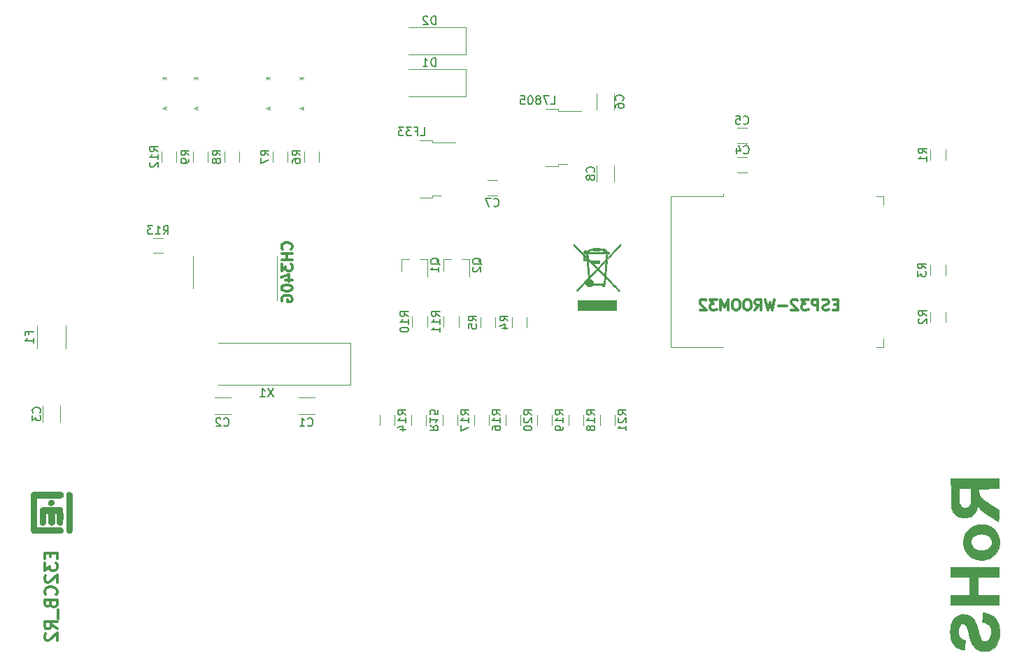
<source format=gbr>
G04 #@! TF.GenerationSoftware,KiCad,Pcbnew,5.1.5-52549c5~84~ubuntu18.04.1*
G04 #@! TF.CreationDate,2020-01-05T00:06:13+01:00*
G04 #@! TF.ProjectId,PCB,5043422e-6b69-4636-9164-5f7063625858,rev?*
G04 #@! TF.SameCoordinates,Original*
G04 #@! TF.FileFunction,Legend,Bot*
G04 #@! TF.FilePolarity,Positive*
%FSLAX46Y46*%
G04 Gerber Fmt 4.6, Leading zero omitted, Abs format (unit mm)*
G04 Created by KiCad (PCBNEW 5.1.5-52549c5~84~ubuntu18.04.1) date 2020-01-05 00:06:13*
%MOMM*%
%LPD*%
G04 APERTURE LIST*
%ADD10C,0.300000*%
%ADD11C,0.010000*%
%ADD12C,0.120000*%
%ADD13C,0.150000*%
%ADD14C,0.099060*%
G04 APERTURE END LIST*
D10*
X91332857Y-112824285D02*
X91332857Y-113324285D01*
X92118571Y-113538571D02*
X92118571Y-112824285D01*
X90618571Y-112824285D01*
X90618571Y-113538571D01*
X90618571Y-114038571D02*
X90618571Y-114967142D01*
X91190000Y-114467142D01*
X91190000Y-114681428D01*
X91261428Y-114824285D01*
X91332857Y-114895714D01*
X91475714Y-114967142D01*
X91832857Y-114967142D01*
X91975714Y-114895714D01*
X92047142Y-114824285D01*
X92118571Y-114681428D01*
X92118571Y-114252857D01*
X92047142Y-114110000D01*
X91975714Y-114038571D01*
X90761428Y-115538571D02*
X90690000Y-115610000D01*
X90618571Y-115752857D01*
X90618571Y-116110000D01*
X90690000Y-116252857D01*
X90761428Y-116324285D01*
X90904285Y-116395714D01*
X91047142Y-116395714D01*
X91261428Y-116324285D01*
X92118571Y-115467142D01*
X92118571Y-116395714D01*
X91975714Y-117895714D02*
X92047142Y-117824285D01*
X92118571Y-117610000D01*
X92118571Y-117467142D01*
X92047142Y-117252857D01*
X91904285Y-117110000D01*
X91761428Y-117038571D01*
X91475714Y-116967142D01*
X91261428Y-116967142D01*
X90975714Y-117038571D01*
X90832857Y-117110000D01*
X90690000Y-117252857D01*
X90618571Y-117467142D01*
X90618571Y-117610000D01*
X90690000Y-117824285D01*
X90761428Y-117895714D01*
X91332857Y-119038571D02*
X91404285Y-119252857D01*
X91475714Y-119324285D01*
X91618571Y-119395714D01*
X91832857Y-119395714D01*
X91975714Y-119324285D01*
X92047142Y-119252857D01*
X92118571Y-119110000D01*
X92118571Y-118538571D01*
X90618571Y-118538571D01*
X90618571Y-119038571D01*
X90690000Y-119181428D01*
X90761428Y-119252857D01*
X90904285Y-119324285D01*
X91047142Y-119324285D01*
X91190000Y-119252857D01*
X91261428Y-119181428D01*
X91332857Y-119038571D01*
X91332857Y-118538571D01*
X92261428Y-119681428D02*
X92261428Y-120824285D01*
X92118571Y-122038571D02*
X91404285Y-121538571D01*
X92118571Y-121181428D02*
X90618571Y-121181428D01*
X90618571Y-121752857D01*
X90690000Y-121895714D01*
X90761428Y-121967142D01*
X90904285Y-122038571D01*
X91118571Y-122038571D01*
X91261428Y-121967142D01*
X91332857Y-121895714D01*
X91404285Y-121752857D01*
X91404285Y-121181428D01*
X90761428Y-122610000D02*
X90690000Y-122681428D01*
X90618571Y-122824285D01*
X90618571Y-123181428D01*
X90690000Y-123324285D01*
X90761428Y-123395714D01*
X90904285Y-123467142D01*
X91047142Y-123467142D01*
X91261428Y-123395714D01*
X92118571Y-122538571D01*
X92118571Y-123467142D01*
D11*
G36*
X154656744Y-75474337D02*
G01*
X154657567Y-75590066D01*
X155257885Y-76200000D01*
X155858204Y-76809934D01*
X155858641Y-77089835D01*
X155859079Y-77369737D01*
X156224663Y-77369737D01*
X156234083Y-77440756D01*
X156237650Y-77473127D01*
X156243662Y-77534087D01*
X156251799Y-77619998D01*
X156261738Y-77727226D01*
X156273157Y-77852133D01*
X156285736Y-77991083D01*
X156299153Y-78140441D01*
X156313085Y-78296568D01*
X156327212Y-78455830D01*
X156341212Y-78614590D01*
X156354763Y-78769211D01*
X156367544Y-78916057D01*
X156379233Y-79051493D01*
X156389508Y-79171880D01*
X156398048Y-79273584D01*
X156404531Y-79352967D01*
X156408636Y-79406394D01*
X156410041Y-79430229D01*
X156410040Y-79430342D01*
X156399796Y-79449466D01*
X156369026Y-79488955D01*
X156317311Y-79549266D01*
X156244233Y-79630861D01*
X156149373Y-79734198D01*
X156032313Y-79859738D01*
X155892633Y-80007940D01*
X155729916Y-80179263D01*
X155684179Y-80227237D01*
X154958805Y-80987566D01*
X155017449Y-81046052D01*
X155076092Y-81104539D01*
X155170974Y-81001310D01*
X155205685Y-80964003D01*
X155259906Y-80906311D01*
X155330059Y-80832013D01*
X155412568Y-80744889D01*
X155503855Y-80648718D01*
X155600342Y-80547280D01*
X155658065Y-80486695D01*
X155766434Y-80373197D01*
X155854028Y-80282285D01*
X155923080Y-80212307D01*
X155975824Y-80161610D01*
X156014494Y-80128540D01*
X156041323Y-80111444D01*
X156058544Y-80108669D01*
X156068392Y-80118563D01*
X156073099Y-80139471D01*
X156074899Y-80169741D01*
X156075141Y-80178002D01*
X156087658Y-80234909D01*
X156118497Y-80303693D01*
X156161503Y-80373475D01*
X156210520Y-80433378D01*
X156230134Y-80451882D01*
X156330770Y-80516628D01*
X156448327Y-80552854D01*
X156552262Y-80561447D01*
X156670049Y-80545239D01*
X156778831Y-80497712D01*
X156875110Y-80420511D01*
X156892875Y-80401295D01*
X156957832Y-80327500D01*
X158081579Y-80327500D01*
X158081579Y-80561447D01*
X158382368Y-80561447D01*
X158382368Y-80452152D01*
X158386143Y-80377539D01*
X158398825Y-80325750D01*
X158414237Y-80297580D01*
X158425250Y-80277424D01*
X158434679Y-80248200D01*
X158443151Y-80205575D01*
X158451290Y-80145217D01*
X158459721Y-80062793D01*
X158469068Y-79953972D01*
X158475469Y-79873017D01*
X158504831Y-79493732D01*
X159225659Y-80223938D01*
X159355992Y-80356066D01*
X159481108Y-80483096D01*
X159598721Y-80602695D01*
X159706545Y-80712528D01*
X159802295Y-80810263D01*
X159883683Y-80893566D01*
X159948423Y-80960104D01*
X159994230Y-81007542D01*
X160018792Y-81033520D01*
X160059145Y-81074649D01*
X160092805Y-81103335D01*
X160110910Y-81112895D01*
X160134035Y-81101697D01*
X160167743Y-81073719D01*
X160179169Y-81062326D01*
X160227617Y-81011757D01*
X159960881Y-80740702D01*
X159892831Y-80671652D01*
X159805085Y-80582774D01*
X159701492Y-80477959D01*
X159585900Y-80361097D01*
X159462159Y-80236079D01*
X159334119Y-80106795D01*
X159205628Y-79977136D01*
X159113454Y-79884179D01*
X158973342Y-79742520D01*
X158855632Y-79622591D01*
X158758820Y-79522768D01*
X158681399Y-79441428D01*
X158621864Y-79376948D01*
X158592358Y-79343277D01*
X158355409Y-79343277D01*
X158325743Y-79722592D01*
X158316797Y-79833777D01*
X158308142Y-79935453D01*
X158300271Y-80022304D01*
X158293672Y-80089018D01*
X158288836Y-80130279D01*
X158287280Y-80139506D01*
X158278482Y-80177105D01*
X157016681Y-80177105D01*
X157008258Y-80072173D01*
X156982828Y-79948195D01*
X156929611Y-79838524D01*
X156851963Y-79747156D01*
X156753237Y-79678083D01*
X156642428Y-79636620D01*
X156606480Y-79617171D01*
X156588483Y-79575430D01*
X156588106Y-79573589D01*
X156585947Y-79555967D01*
X156588616Y-79537922D01*
X156598720Y-79516108D01*
X156618863Y-79487177D01*
X156651651Y-79447783D01*
X156699690Y-79394577D01*
X156765584Y-79324214D01*
X156851940Y-79233346D01*
X156857520Y-79227493D01*
X156950405Y-79129956D01*
X157049155Y-79026067D01*
X157146984Y-78922977D01*
X157237107Y-78827839D01*
X157312738Y-78747804D01*
X157329605Y-78729911D01*
X157394265Y-78662444D01*
X157451705Y-78604709D01*
X157497801Y-78560675D01*
X157528431Y-78534314D01*
X157538715Y-78528521D01*
X157554052Y-78540646D01*
X157589917Y-78573910D01*
X157643488Y-78625542D01*
X157711940Y-78692775D01*
X157792447Y-78772837D01*
X157882187Y-78862961D01*
X157955532Y-78937198D01*
X158355409Y-79343277D01*
X158592358Y-79343277D01*
X158578709Y-79327703D01*
X158550429Y-79292071D01*
X158535517Y-79268429D01*
X158532199Y-79257480D01*
X158533456Y-79233586D01*
X158537274Y-79179501D01*
X158543407Y-79098338D01*
X158551607Y-78993210D01*
X158561627Y-78867228D01*
X158573220Y-78723505D01*
X158586140Y-78565154D01*
X158600138Y-78395287D01*
X158611419Y-78259528D01*
X158675250Y-77494106D01*
X158511004Y-77494106D01*
X158510297Y-77510624D01*
X158506969Y-77557145D01*
X158501290Y-77630378D01*
X158493526Y-77727028D01*
X158483943Y-77843805D01*
X158472811Y-77977414D01*
X158460395Y-78124563D01*
X158448480Y-78264271D01*
X158434984Y-78422787D01*
X158422413Y-78572421D01*
X158411055Y-78709602D01*
X158401198Y-78830759D01*
X158393130Y-78932320D01*
X158387140Y-79010712D01*
X158383515Y-79062363D01*
X158382509Y-79082423D01*
X158380940Y-79094908D01*
X158374722Y-79099862D01*
X158361459Y-79095218D01*
X158338753Y-79078909D01*
X158304208Y-79048868D01*
X158255427Y-79003027D01*
X158190013Y-78939320D01*
X158105569Y-78855679D01*
X158015971Y-78766299D01*
X157649574Y-78400186D01*
X157652141Y-78397434D01*
X157409951Y-78397434D01*
X157398913Y-78412550D01*
X157368013Y-78448142D01*
X157320347Y-78500941D01*
X157259013Y-78567673D01*
X157187107Y-78645070D01*
X157107727Y-78729858D01*
X157023969Y-78818767D01*
X156938930Y-78908526D01*
X156855708Y-78995864D01*
X156777399Y-79077509D01*
X156707100Y-79150191D01*
X156647909Y-79210637D01*
X156602922Y-79255578D01*
X156575236Y-79281742D01*
X156567686Y-79287072D01*
X156565197Y-79269867D01*
X156560030Y-79222348D01*
X156552470Y-79147489D01*
X156542800Y-79048264D01*
X156531305Y-78927649D01*
X156518269Y-78788618D01*
X156503976Y-78634145D01*
X156488710Y-78467206D01*
X156476521Y-78332597D01*
X156460929Y-78158054D01*
X156446523Y-77993627D01*
X156433547Y-77842299D01*
X156422241Y-77707053D01*
X156412848Y-77590870D01*
X156405611Y-77496735D01*
X156400772Y-77427630D01*
X156398573Y-77386538D01*
X156398824Y-77375868D01*
X156411970Y-77385372D01*
X156445446Y-77415920D01*
X156496326Y-77464556D01*
X156561683Y-77528323D01*
X156638591Y-77604265D01*
X156724124Y-77689424D01*
X156815354Y-77780845D01*
X156909356Y-77875569D01*
X157003202Y-77970641D01*
X157093967Y-78063103D01*
X157178723Y-78149999D01*
X157254544Y-78228372D01*
X157318503Y-78295265D01*
X157367674Y-78347722D01*
X157399131Y-78382785D01*
X157409951Y-78397434D01*
X157652141Y-78397434D01*
X157786202Y-78253760D01*
X157855784Y-78179448D01*
X157933881Y-78096483D01*
X158017406Y-78008102D01*
X158103270Y-77917541D01*
X158188385Y-77828036D01*
X158269664Y-77742823D01*
X158344019Y-77665139D01*
X158408363Y-77598220D01*
X158459606Y-77545303D01*
X158494663Y-77509623D01*
X158510444Y-77494416D01*
X158511004Y-77494106D01*
X158675250Y-77494106D01*
X158691204Y-77302807D01*
X159489286Y-76463485D01*
X160287368Y-75624164D01*
X160286781Y-75506852D01*
X160286194Y-75389539D01*
X160157275Y-75527253D01*
X160085124Y-75604063D01*
X159999940Y-75694304D01*
X159904021Y-75795575D01*
X159799666Y-75905476D01*
X159689174Y-76021604D01*
X159574844Y-76141558D01*
X159458975Y-76262936D01*
X159343865Y-76383338D01*
X159231814Y-76500362D01*
X159125119Y-76611606D01*
X159026080Y-76714669D01*
X158936997Y-76807150D01*
X158860166Y-76886647D01*
X158797888Y-76950758D01*
X158752462Y-76997083D01*
X158726185Y-77023219D01*
X158720426Y-77028233D01*
X158720030Y-77010791D01*
X158722208Y-76966135D01*
X158726583Y-76900340D01*
X158732775Y-76819483D01*
X158735433Y-76787183D01*
X158755228Y-76550921D01*
X158600242Y-76550921D01*
X158592240Y-76588520D01*
X158588160Y-76618255D01*
X158582425Y-76674203D01*
X158575701Y-76749236D01*
X158568648Y-76836225D01*
X158566207Y-76868421D01*
X158559008Y-76960861D01*
X158551742Y-77046707D01*
X158545136Y-77117847D01*
X158539916Y-77166169D01*
X158538739Y-77174939D01*
X158534298Y-77192942D01*
X158524687Y-77214017D01*
X158507860Y-77240525D01*
X158481775Y-77274828D01*
X158444387Y-77319289D01*
X158393654Y-77376271D01*
X158327530Y-77448136D01*
X158243974Y-77537246D01*
X158140940Y-77645964D01*
X158035833Y-77756275D01*
X157931262Y-77865441D01*
X157833649Y-77966540D01*
X157745422Y-78057115D01*
X157669012Y-78134708D01*
X157606849Y-78196862D01*
X157561363Y-78241118D01*
X157534983Y-78265018D01*
X157529357Y-78268574D01*
X157514557Y-78255681D01*
X157479961Y-78222060D01*
X157428929Y-78171082D01*
X157364817Y-78106120D01*
X157290984Y-78030548D01*
X157237589Y-77975493D01*
X156958827Y-77687237D01*
X157780790Y-77687237D01*
X157780790Y-77369737D01*
X156778158Y-77369737D01*
X156778158Y-77511206D01*
X156594342Y-77327960D01*
X156463948Y-77197971D01*
X156210000Y-77197971D01*
X156207571Y-77218477D01*
X156195276Y-77229902D01*
X156165604Y-77234880D01*
X156111045Y-77236044D01*
X156101382Y-77236052D01*
X155992763Y-77236052D01*
X155992763Y-76944584D01*
X156101382Y-77052237D01*
X156162654Y-77117687D01*
X156199301Y-77167829D01*
X156210000Y-77197971D01*
X156463948Y-77197971D01*
X156410526Y-77144715D01*
X156410526Y-76981502D01*
X156410015Y-76906414D01*
X156407672Y-76858645D01*
X156402289Y-76832098D01*
X156392656Y-76820679D01*
X156378129Y-76818289D01*
X156361973Y-76814780D01*
X156350031Y-76800711D01*
X156340861Y-76770769D01*
X156333018Y-76719642D01*
X156325058Y-76642017D01*
X156322504Y-76613585D01*
X156316974Y-76550921D01*
X158600242Y-76550921D01*
X158755228Y-76550921D01*
X158967237Y-76550921D01*
X158967237Y-76400526D01*
X158877141Y-76400526D01*
X158824445Y-76399083D01*
X158795812Y-76392116D01*
X158792309Y-76387970D01*
X158607766Y-76387970D01*
X158598054Y-76397442D01*
X158564412Y-76400366D01*
X158541706Y-76400526D01*
X158465921Y-76400526D01*
X158183306Y-76400526D01*
X156303481Y-76400526D01*
X156367062Y-76335413D01*
X156465814Y-76255062D01*
X156588032Y-76193089D01*
X156735787Y-76148646D01*
X156882599Y-76124065D01*
X156978684Y-76112596D01*
X156978684Y-76233421D01*
X157747368Y-76233421D01*
X157747368Y-76096345D01*
X157860165Y-76107776D01*
X157938975Y-76117425D01*
X158022943Y-76130214D01*
X158073224Y-76139348D01*
X158173487Y-76159488D01*
X158178397Y-76280007D01*
X158183306Y-76400526D01*
X158465921Y-76400526D01*
X158465921Y-76333684D01*
X158468131Y-76291810D01*
X158473650Y-76268536D01*
X158475874Y-76266842D01*
X158500613Y-76277560D01*
X158536757Y-76303563D01*
X158572990Y-76335623D01*
X158597999Y-76364511D01*
X158600227Y-76368267D01*
X158607766Y-76387970D01*
X158792309Y-76387970D01*
X158781919Y-76375674D01*
X158776311Y-76357762D01*
X158753422Y-76311279D01*
X158709460Y-76255400D01*
X158651989Y-76197960D01*
X158588573Y-76146793D01*
X158546918Y-76120143D01*
X158499466Y-76090972D01*
X158475141Y-76066467D01*
X158466595Y-76037572D01*
X158465938Y-76020362D01*
X158465937Y-76016184D01*
X157613684Y-76016184D01*
X157613684Y-76099737D01*
X157112368Y-76099737D01*
X157112368Y-76016184D01*
X157613684Y-76016184D01*
X158465937Y-76016184D01*
X158465921Y-75966052D01*
X158325274Y-75966052D01*
X158260564Y-75967617D01*
X158210130Y-75971785D01*
X158182094Y-75977773D01*
X158179057Y-75980197D01*
X158161273Y-75983918D01*
X158117992Y-75982394D01*
X158056651Y-75976075D01*
X158014737Y-75970240D01*
X157938737Y-75958778D01*
X157869230Y-75948430D01*
X157816997Y-75940796D01*
X157801678Y-75938627D01*
X157761653Y-75926232D01*
X157747368Y-75906808D01*
X157743025Y-75898898D01*
X157727490Y-75892863D01*
X157697001Y-75888466D01*
X157647800Y-75885469D01*
X157576126Y-75883635D01*
X157478219Y-75882725D01*
X157363026Y-75882500D01*
X157240086Y-75882628D01*
X157146559Y-75883230D01*
X157078440Y-75884639D01*
X157031719Y-75887181D01*
X157002391Y-75891189D01*
X156986449Y-75896991D01*
X156979885Y-75904917D01*
X156978684Y-75914133D01*
X156968460Y-75943385D01*
X156934970Y-75960031D01*
X156873988Y-75965968D01*
X156863017Y-75966052D01*
X156759746Y-75976706D01*
X156642453Y-76006033D01*
X156521715Y-76050084D01*
X156408111Y-76104911D01*
X156312219Y-76166564D01*
X156299799Y-76176332D01*
X156259318Y-76208115D01*
X156235345Y-76220844D01*
X156218604Y-76216729D01*
X156201419Y-76199750D01*
X156150664Y-76166492D01*
X156084607Y-76153725D01*
X156013474Y-76160365D01*
X155947486Y-76185327D01*
X155896868Y-76227529D01*
X155893203Y-76232434D01*
X155855328Y-76311211D01*
X155848281Y-76392754D01*
X155871285Y-76470487D01*
X155923563Y-76537835D01*
X155929956Y-76543396D01*
X155967073Y-76569813D01*
X156004733Y-76581447D01*
X156057676Y-76582287D01*
X156070902Y-76581542D01*
X156122703Y-76579641D01*
X156149386Y-76583996D01*
X156159045Y-76597138D01*
X156160037Y-76609408D01*
X156162061Y-76645002D01*
X156167086Y-76698533D01*
X156170697Y-76730559D01*
X156175934Y-76781427D01*
X156173756Y-76807468D01*
X156161125Y-76816986D01*
X156138625Y-76818289D01*
X156125282Y-76813986D01*
X156103756Y-76800057D01*
X156072452Y-76774977D01*
X156029776Y-76737219D01*
X155974132Y-76685256D01*
X155903925Y-76617562D01*
X155817560Y-76532611D01*
X155713442Y-76428875D01*
X155589975Y-76304828D01*
X155445564Y-76158944D01*
X155375969Y-76088449D01*
X154655921Y-75358610D01*
X154656744Y-75474337D01*
G37*
X154656744Y-75474337D02*
X154657567Y-75590066D01*
X155257885Y-76200000D01*
X155858204Y-76809934D01*
X155858641Y-77089835D01*
X155859079Y-77369737D01*
X156224663Y-77369737D01*
X156234083Y-77440756D01*
X156237650Y-77473127D01*
X156243662Y-77534087D01*
X156251799Y-77619998D01*
X156261738Y-77727226D01*
X156273157Y-77852133D01*
X156285736Y-77991083D01*
X156299153Y-78140441D01*
X156313085Y-78296568D01*
X156327212Y-78455830D01*
X156341212Y-78614590D01*
X156354763Y-78769211D01*
X156367544Y-78916057D01*
X156379233Y-79051493D01*
X156389508Y-79171880D01*
X156398048Y-79273584D01*
X156404531Y-79352967D01*
X156408636Y-79406394D01*
X156410041Y-79430229D01*
X156410040Y-79430342D01*
X156399796Y-79449466D01*
X156369026Y-79488955D01*
X156317311Y-79549266D01*
X156244233Y-79630861D01*
X156149373Y-79734198D01*
X156032313Y-79859738D01*
X155892633Y-80007940D01*
X155729916Y-80179263D01*
X155684179Y-80227237D01*
X154958805Y-80987566D01*
X155017449Y-81046052D01*
X155076092Y-81104539D01*
X155170974Y-81001310D01*
X155205685Y-80964003D01*
X155259906Y-80906311D01*
X155330059Y-80832013D01*
X155412568Y-80744889D01*
X155503855Y-80648718D01*
X155600342Y-80547280D01*
X155658065Y-80486695D01*
X155766434Y-80373197D01*
X155854028Y-80282285D01*
X155923080Y-80212307D01*
X155975824Y-80161610D01*
X156014494Y-80128540D01*
X156041323Y-80111444D01*
X156058544Y-80108669D01*
X156068392Y-80118563D01*
X156073099Y-80139471D01*
X156074899Y-80169741D01*
X156075141Y-80178002D01*
X156087658Y-80234909D01*
X156118497Y-80303693D01*
X156161503Y-80373475D01*
X156210520Y-80433378D01*
X156230134Y-80451882D01*
X156330770Y-80516628D01*
X156448327Y-80552854D01*
X156552262Y-80561447D01*
X156670049Y-80545239D01*
X156778831Y-80497712D01*
X156875110Y-80420511D01*
X156892875Y-80401295D01*
X156957832Y-80327500D01*
X158081579Y-80327500D01*
X158081579Y-80561447D01*
X158382368Y-80561447D01*
X158382368Y-80452152D01*
X158386143Y-80377539D01*
X158398825Y-80325750D01*
X158414237Y-80297580D01*
X158425250Y-80277424D01*
X158434679Y-80248200D01*
X158443151Y-80205575D01*
X158451290Y-80145217D01*
X158459721Y-80062793D01*
X158469068Y-79953972D01*
X158475469Y-79873017D01*
X158504831Y-79493732D01*
X159225659Y-80223938D01*
X159355992Y-80356066D01*
X159481108Y-80483096D01*
X159598721Y-80602695D01*
X159706545Y-80712528D01*
X159802295Y-80810263D01*
X159883683Y-80893566D01*
X159948423Y-80960104D01*
X159994230Y-81007542D01*
X160018792Y-81033520D01*
X160059145Y-81074649D01*
X160092805Y-81103335D01*
X160110910Y-81112895D01*
X160134035Y-81101697D01*
X160167743Y-81073719D01*
X160179169Y-81062326D01*
X160227617Y-81011757D01*
X159960881Y-80740702D01*
X159892831Y-80671652D01*
X159805085Y-80582774D01*
X159701492Y-80477959D01*
X159585900Y-80361097D01*
X159462159Y-80236079D01*
X159334119Y-80106795D01*
X159205628Y-79977136D01*
X159113454Y-79884179D01*
X158973342Y-79742520D01*
X158855632Y-79622591D01*
X158758820Y-79522768D01*
X158681399Y-79441428D01*
X158621864Y-79376948D01*
X158592358Y-79343277D01*
X158355409Y-79343277D01*
X158325743Y-79722592D01*
X158316797Y-79833777D01*
X158308142Y-79935453D01*
X158300271Y-80022304D01*
X158293672Y-80089018D01*
X158288836Y-80130279D01*
X158287280Y-80139506D01*
X158278482Y-80177105D01*
X157016681Y-80177105D01*
X157008258Y-80072173D01*
X156982828Y-79948195D01*
X156929611Y-79838524D01*
X156851963Y-79747156D01*
X156753237Y-79678083D01*
X156642428Y-79636620D01*
X156606480Y-79617171D01*
X156588483Y-79575430D01*
X156588106Y-79573589D01*
X156585947Y-79555967D01*
X156588616Y-79537922D01*
X156598720Y-79516108D01*
X156618863Y-79487177D01*
X156651651Y-79447783D01*
X156699690Y-79394577D01*
X156765584Y-79324214D01*
X156851940Y-79233346D01*
X156857520Y-79227493D01*
X156950405Y-79129956D01*
X157049155Y-79026067D01*
X157146984Y-78922977D01*
X157237107Y-78827839D01*
X157312738Y-78747804D01*
X157329605Y-78729911D01*
X157394265Y-78662444D01*
X157451705Y-78604709D01*
X157497801Y-78560675D01*
X157528431Y-78534314D01*
X157538715Y-78528521D01*
X157554052Y-78540646D01*
X157589917Y-78573910D01*
X157643488Y-78625542D01*
X157711940Y-78692775D01*
X157792447Y-78772837D01*
X157882187Y-78862961D01*
X157955532Y-78937198D01*
X158355409Y-79343277D01*
X158592358Y-79343277D01*
X158578709Y-79327703D01*
X158550429Y-79292071D01*
X158535517Y-79268429D01*
X158532199Y-79257480D01*
X158533456Y-79233586D01*
X158537274Y-79179501D01*
X158543407Y-79098338D01*
X158551607Y-78993210D01*
X158561627Y-78867228D01*
X158573220Y-78723505D01*
X158586140Y-78565154D01*
X158600138Y-78395287D01*
X158611419Y-78259528D01*
X158675250Y-77494106D01*
X158511004Y-77494106D01*
X158510297Y-77510624D01*
X158506969Y-77557145D01*
X158501290Y-77630378D01*
X158493526Y-77727028D01*
X158483943Y-77843805D01*
X158472811Y-77977414D01*
X158460395Y-78124563D01*
X158448480Y-78264271D01*
X158434984Y-78422787D01*
X158422413Y-78572421D01*
X158411055Y-78709602D01*
X158401198Y-78830759D01*
X158393130Y-78932320D01*
X158387140Y-79010712D01*
X158383515Y-79062363D01*
X158382509Y-79082423D01*
X158380940Y-79094908D01*
X158374722Y-79099862D01*
X158361459Y-79095218D01*
X158338753Y-79078909D01*
X158304208Y-79048868D01*
X158255427Y-79003027D01*
X158190013Y-78939320D01*
X158105569Y-78855679D01*
X158015971Y-78766299D01*
X157649574Y-78400186D01*
X157652141Y-78397434D01*
X157409951Y-78397434D01*
X157398913Y-78412550D01*
X157368013Y-78448142D01*
X157320347Y-78500941D01*
X157259013Y-78567673D01*
X157187107Y-78645070D01*
X157107727Y-78729858D01*
X157023969Y-78818767D01*
X156938930Y-78908526D01*
X156855708Y-78995864D01*
X156777399Y-79077509D01*
X156707100Y-79150191D01*
X156647909Y-79210637D01*
X156602922Y-79255578D01*
X156575236Y-79281742D01*
X156567686Y-79287072D01*
X156565197Y-79269867D01*
X156560030Y-79222348D01*
X156552470Y-79147489D01*
X156542800Y-79048264D01*
X156531305Y-78927649D01*
X156518269Y-78788618D01*
X156503976Y-78634145D01*
X156488710Y-78467206D01*
X156476521Y-78332597D01*
X156460929Y-78158054D01*
X156446523Y-77993627D01*
X156433547Y-77842299D01*
X156422241Y-77707053D01*
X156412848Y-77590870D01*
X156405611Y-77496735D01*
X156400772Y-77427630D01*
X156398573Y-77386538D01*
X156398824Y-77375868D01*
X156411970Y-77385372D01*
X156445446Y-77415920D01*
X156496326Y-77464556D01*
X156561683Y-77528323D01*
X156638591Y-77604265D01*
X156724124Y-77689424D01*
X156815354Y-77780845D01*
X156909356Y-77875569D01*
X157003202Y-77970641D01*
X157093967Y-78063103D01*
X157178723Y-78149999D01*
X157254544Y-78228372D01*
X157318503Y-78295265D01*
X157367674Y-78347722D01*
X157399131Y-78382785D01*
X157409951Y-78397434D01*
X157652141Y-78397434D01*
X157786202Y-78253760D01*
X157855784Y-78179448D01*
X157933881Y-78096483D01*
X158017406Y-78008102D01*
X158103270Y-77917541D01*
X158188385Y-77828036D01*
X158269664Y-77742823D01*
X158344019Y-77665139D01*
X158408363Y-77598220D01*
X158459606Y-77545303D01*
X158494663Y-77509623D01*
X158510444Y-77494416D01*
X158511004Y-77494106D01*
X158675250Y-77494106D01*
X158691204Y-77302807D01*
X159489286Y-76463485D01*
X160287368Y-75624164D01*
X160286781Y-75506852D01*
X160286194Y-75389539D01*
X160157275Y-75527253D01*
X160085124Y-75604063D01*
X159999940Y-75694304D01*
X159904021Y-75795575D01*
X159799666Y-75905476D01*
X159689174Y-76021604D01*
X159574844Y-76141558D01*
X159458975Y-76262936D01*
X159343865Y-76383338D01*
X159231814Y-76500362D01*
X159125119Y-76611606D01*
X159026080Y-76714669D01*
X158936997Y-76807150D01*
X158860166Y-76886647D01*
X158797888Y-76950758D01*
X158752462Y-76997083D01*
X158726185Y-77023219D01*
X158720426Y-77028233D01*
X158720030Y-77010791D01*
X158722208Y-76966135D01*
X158726583Y-76900340D01*
X158732775Y-76819483D01*
X158735433Y-76787183D01*
X158755228Y-76550921D01*
X158600242Y-76550921D01*
X158592240Y-76588520D01*
X158588160Y-76618255D01*
X158582425Y-76674203D01*
X158575701Y-76749236D01*
X158568648Y-76836225D01*
X158566207Y-76868421D01*
X158559008Y-76960861D01*
X158551742Y-77046707D01*
X158545136Y-77117847D01*
X158539916Y-77166169D01*
X158538739Y-77174939D01*
X158534298Y-77192942D01*
X158524687Y-77214017D01*
X158507860Y-77240525D01*
X158481775Y-77274828D01*
X158444387Y-77319289D01*
X158393654Y-77376271D01*
X158327530Y-77448136D01*
X158243974Y-77537246D01*
X158140940Y-77645964D01*
X158035833Y-77756275D01*
X157931262Y-77865441D01*
X157833649Y-77966540D01*
X157745422Y-78057115D01*
X157669012Y-78134708D01*
X157606849Y-78196862D01*
X157561363Y-78241118D01*
X157534983Y-78265018D01*
X157529357Y-78268574D01*
X157514557Y-78255681D01*
X157479961Y-78222060D01*
X157428929Y-78171082D01*
X157364817Y-78106120D01*
X157290984Y-78030548D01*
X157237589Y-77975493D01*
X156958827Y-77687237D01*
X157780790Y-77687237D01*
X157780790Y-77369737D01*
X156778158Y-77369737D01*
X156778158Y-77511206D01*
X156594342Y-77327960D01*
X156463948Y-77197971D01*
X156210000Y-77197971D01*
X156207571Y-77218477D01*
X156195276Y-77229902D01*
X156165604Y-77234880D01*
X156111045Y-77236044D01*
X156101382Y-77236052D01*
X155992763Y-77236052D01*
X155992763Y-76944584D01*
X156101382Y-77052237D01*
X156162654Y-77117687D01*
X156199301Y-77167829D01*
X156210000Y-77197971D01*
X156463948Y-77197971D01*
X156410526Y-77144715D01*
X156410526Y-76981502D01*
X156410015Y-76906414D01*
X156407672Y-76858645D01*
X156402289Y-76832098D01*
X156392656Y-76820679D01*
X156378129Y-76818289D01*
X156361973Y-76814780D01*
X156350031Y-76800711D01*
X156340861Y-76770769D01*
X156333018Y-76719642D01*
X156325058Y-76642017D01*
X156322504Y-76613585D01*
X156316974Y-76550921D01*
X158600242Y-76550921D01*
X158755228Y-76550921D01*
X158967237Y-76550921D01*
X158967237Y-76400526D01*
X158877141Y-76400526D01*
X158824445Y-76399083D01*
X158795812Y-76392116D01*
X158792309Y-76387970D01*
X158607766Y-76387970D01*
X158598054Y-76397442D01*
X158564412Y-76400366D01*
X158541706Y-76400526D01*
X158465921Y-76400526D01*
X158183306Y-76400526D01*
X156303481Y-76400526D01*
X156367062Y-76335413D01*
X156465814Y-76255062D01*
X156588032Y-76193089D01*
X156735787Y-76148646D01*
X156882599Y-76124065D01*
X156978684Y-76112596D01*
X156978684Y-76233421D01*
X157747368Y-76233421D01*
X157747368Y-76096345D01*
X157860165Y-76107776D01*
X157938975Y-76117425D01*
X158022943Y-76130214D01*
X158073224Y-76139348D01*
X158173487Y-76159488D01*
X158178397Y-76280007D01*
X158183306Y-76400526D01*
X158465921Y-76400526D01*
X158465921Y-76333684D01*
X158468131Y-76291810D01*
X158473650Y-76268536D01*
X158475874Y-76266842D01*
X158500613Y-76277560D01*
X158536757Y-76303563D01*
X158572990Y-76335623D01*
X158597999Y-76364511D01*
X158600227Y-76368267D01*
X158607766Y-76387970D01*
X158792309Y-76387970D01*
X158781919Y-76375674D01*
X158776311Y-76357762D01*
X158753422Y-76311279D01*
X158709460Y-76255400D01*
X158651989Y-76197960D01*
X158588573Y-76146793D01*
X158546918Y-76120143D01*
X158499466Y-76090972D01*
X158475141Y-76066467D01*
X158466595Y-76037572D01*
X158465938Y-76020362D01*
X158465937Y-76016184D01*
X157613684Y-76016184D01*
X157613684Y-76099737D01*
X157112368Y-76099737D01*
X157112368Y-76016184D01*
X157613684Y-76016184D01*
X158465937Y-76016184D01*
X158465921Y-75966052D01*
X158325274Y-75966052D01*
X158260564Y-75967617D01*
X158210130Y-75971785D01*
X158182094Y-75977773D01*
X158179057Y-75980197D01*
X158161273Y-75983918D01*
X158117992Y-75982394D01*
X158056651Y-75976075D01*
X158014737Y-75970240D01*
X157938737Y-75958778D01*
X157869230Y-75948430D01*
X157816997Y-75940796D01*
X157801678Y-75938627D01*
X157761653Y-75926232D01*
X157747368Y-75906808D01*
X157743025Y-75898898D01*
X157727490Y-75892863D01*
X157697001Y-75888466D01*
X157647800Y-75885469D01*
X157576126Y-75883635D01*
X157478219Y-75882725D01*
X157363026Y-75882500D01*
X157240086Y-75882628D01*
X157146559Y-75883230D01*
X157078440Y-75884639D01*
X157031719Y-75887181D01*
X157002391Y-75891189D01*
X156986449Y-75896991D01*
X156979885Y-75904917D01*
X156978684Y-75914133D01*
X156968460Y-75943385D01*
X156934970Y-75960031D01*
X156873988Y-75965968D01*
X156863017Y-75966052D01*
X156759746Y-75976706D01*
X156642453Y-76006033D01*
X156521715Y-76050084D01*
X156408111Y-76104911D01*
X156312219Y-76166564D01*
X156299799Y-76176332D01*
X156259318Y-76208115D01*
X156235345Y-76220844D01*
X156218604Y-76216729D01*
X156201419Y-76199750D01*
X156150664Y-76166492D01*
X156084607Y-76153725D01*
X156013474Y-76160365D01*
X155947486Y-76185327D01*
X155896868Y-76227529D01*
X155893203Y-76232434D01*
X155855328Y-76311211D01*
X155848281Y-76392754D01*
X155871285Y-76470487D01*
X155923563Y-76537835D01*
X155929956Y-76543396D01*
X155967073Y-76569813D01*
X156004733Y-76581447D01*
X156057676Y-76582287D01*
X156070902Y-76581542D01*
X156122703Y-76579641D01*
X156149386Y-76583996D01*
X156159045Y-76597138D01*
X156160037Y-76609408D01*
X156162061Y-76645002D01*
X156167086Y-76698533D01*
X156170697Y-76730559D01*
X156175934Y-76781427D01*
X156173756Y-76807468D01*
X156161125Y-76816986D01*
X156138625Y-76818289D01*
X156125282Y-76813986D01*
X156103756Y-76800057D01*
X156072452Y-76774977D01*
X156029776Y-76737219D01*
X155974132Y-76685256D01*
X155903925Y-76617562D01*
X155817560Y-76532611D01*
X155713442Y-76428875D01*
X155589975Y-76304828D01*
X155445564Y-76158944D01*
X155375969Y-76088449D01*
X154655921Y-75358610D01*
X154656744Y-75474337D01*
G36*
X155157237Y-83385526D02*
G01*
X159836184Y-83385526D01*
X159836184Y-82232500D01*
X155157237Y-82232500D01*
X155157237Y-83385526D01*
G37*
X155157237Y-83385526D02*
X159836184Y-83385526D01*
X159836184Y-82232500D01*
X155157237Y-82232500D01*
X155157237Y-83385526D01*
G36*
X202587679Y-115728750D02*
G01*
X202587679Y-117973928D01*
X200319821Y-117973928D01*
X200319821Y-119153214D01*
X206080179Y-119153214D01*
X206080179Y-117973928D01*
X203562430Y-117973928D01*
X203568313Y-116857008D01*
X203574196Y-115740089D01*
X204827187Y-115734227D01*
X206080179Y-115728365D01*
X206080179Y-114549464D01*
X200319821Y-114549464D01*
X200319821Y-115728750D01*
X202587679Y-115728750D01*
G37*
X202587679Y-115728750D02*
X202587679Y-117973928D01*
X200319821Y-117973928D01*
X200319821Y-119153214D01*
X206080179Y-119153214D01*
X206080179Y-117973928D01*
X203562430Y-117973928D01*
X203568313Y-116857008D01*
X203574196Y-115740089D01*
X204827187Y-115734227D01*
X206080179Y-115728365D01*
X206080179Y-114549464D01*
X200319821Y-114549464D01*
X200319821Y-115728750D01*
X202587679Y-115728750D01*
G36*
X200327046Y-105438348D02*
G01*
X200329765Y-105794595D01*
X200332980Y-106112866D01*
X200336670Y-106392145D01*
X200340814Y-106631416D01*
X200345391Y-106829663D01*
X200350380Y-106985871D01*
X200355760Y-107099024D01*
X200361511Y-107168107D01*
X200363099Y-107178928D01*
X200404224Y-107389430D01*
X200449936Y-107563593D01*
X200504363Y-107710433D01*
X200571632Y-107838965D01*
X200655868Y-107958204D01*
X200761200Y-108077168D01*
X200785833Y-108102399D01*
X200884505Y-108197891D01*
X200969383Y-108268407D01*
X201054807Y-108324550D01*
X201155117Y-108376919D01*
X201161002Y-108379734D01*
X201316744Y-108448870D01*
X201455619Y-108497129D01*
X201592648Y-108527777D01*
X201742856Y-108544079D01*
X201921265Y-108549300D01*
X201941339Y-108549338D01*
X202195293Y-108537440D01*
X202417428Y-108499861D01*
X202615104Y-108433775D01*
X202795679Y-108336356D01*
X202966513Y-108204779D01*
X203053652Y-108122211D01*
X203156558Y-108011423D01*
X203242462Y-107900495D01*
X203315341Y-107781421D01*
X203379170Y-107646194D01*
X203437928Y-107486810D01*
X203495590Y-107295261D01*
X203531866Y-107159428D01*
X203551518Y-107083231D01*
X203664581Y-107250142D01*
X203795003Y-107419945D01*
X203957436Y-107595000D01*
X204141314Y-107764914D01*
X204336076Y-107919295D01*
X204367946Y-107942146D01*
X204425149Y-107981138D01*
X204510945Y-108037762D01*
X204620589Y-108109023D01*
X204749336Y-108191927D01*
X204892441Y-108283478D01*
X205045156Y-108380684D01*
X205202738Y-108480548D01*
X205360440Y-108580077D01*
X205513517Y-108676275D01*
X205657224Y-108766149D01*
X205786814Y-108846703D01*
X205897542Y-108914943D01*
X205984663Y-108967875D01*
X206043431Y-109002503D01*
X206069101Y-109015834D01*
X206069531Y-109015892D01*
X206072164Y-108994125D01*
X206074560Y-108932470D01*
X206076635Y-108836395D01*
X206078308Y-108711369D01*
X206079494Y-108562860D01*
X206080110Y-108396338D01*
X206080179Y-108316812D01*
X206080179Y-107617732D01*
X205212723Y-107038417D01*
X205026423Y-106913515D01*
X204844574Y-106790684D01*
X204672186Y-106673372D01*
X204514272Y-106565028D01*
X204375840Y-106469099D01*
X204261902Y-106389035D01*
X204177469Y-106328282D01*
X204140342Y-106300441D01*
X203997055Y-106180272D01*
X203886516Y-106063394D01*
X203804885Y-105941430D01*
X203748317Y-105806004D01*
X203712969Y-105648739D01*
X203695000Y-105461258D01*
X203690833Y-105320604D01*
X203687589Y-105035803D01*
X206080179Y-105024063D01*
X206080179Y-103845178D01*
X201317679Y-103845178D01*
X201317679Y-105024464D01*
X202746429Y-105024464D01*
X202746242Y-105733169D01*
X202745453Y-105919182D01*
X202743309Y-106100318D01*
X202740006Y-106268926D01*
X202735736Y-106417353D01*
X202730691Y-106537948D01*
X202725066Y-106623061D01*
X202723352Y-106640027D01*
X202695016Y-106818620D01*
X202653701Y-106960414D01*
X202596377Y-107072860D01*
X202520017Y-107163412D01*
X202505147Y-107176969D01*
X202367636Y-107269838D01*
X202207632Y-107325187D01*
X202022452Y-107343920D01*
X202009375Y-107343891D01*
X201824068Y-107324550D01*
X201666920Y-107269659D01*
X201537785Y-107179111D01*
X201436518Y-107052801D01*
X201362974Y-106890619D01*
X201353608Y-106860791D01*
X201344059Y-106822190D01*
X201336305Y-106773984D01*
X201330172Y-106711453D01*
X201325487Y-106629877D01*
X201322077Y-106524535D01*
X201319768Y-106390708D01*
X201318388Y-106223676D01*
X201317763Y-106018718D01*
X201317679Y-105882133D01*
X201317679Y-105024464D01*
X201317679Y-103845178D01*
X200316576Y-103845178D01*
X200327046Y-105438348D01*
G37*
X200327046Y-105438348D02*
X200329765Y-105794595D01*
X200332980Y-106112866D01*
X200336670Y-106392145D01*
X200340814Y-106631416D01*
X200345391Y-106829663D01*
X200350380Y-106985871D01*
X200355760Y-107099024D01*
X200361511Y-107168107D01*
X200363099Y-107178928D01*
X200404224Y-107389430D01*
X200449936Y-107563593D01*
X200504363Y-107710433D01*
X200571632Y-107838965D01*
X200655868Y-107958204D01*
X200761200Y-108077168D01*
X200785833Y-108102399D01*
X200884505Y-108197891D01*
X200969383Y-108268407D01*
X201054807Y-108324550D01*
X201155117Y-108376919D01*
X201161002Y-108379734D01*
X201316744Y-108448870D01*
X201455619Y-108497129D01*
X201592648Y-108527777D01*
X201742856Y-108544079D01*
X201921265Y-108549300D01*
X201941339Y-108549338D01*
X202195293Y-108537440D01*
X202417428Y-108499861D01*
X202615104Y-108433775D01*
X202795679Y-108336356D01*
X202966513Y-108204779D01*
X203053652Y-108122211D01*
X203156558Y-108011423D01*
X203242462Y-107900495D01*
X203315341Y-107781421D01*
X203379170Y-107646194D01*
X203437928Y-107486810D01*
X203495590Y-107295261D01*
X203531866Y-107159428D01*
X203551518Y-107083231D01*
X203664581Y-107250142D01*
X203795003Y-107419945D01*
X203957436Y-107595000D01*
X204141314Y-107764914D01*
X204336076Y-107919295D01*
X204367946Y-107942146D01*
X204425149Y-107981138D01*
X204510945Y-108037762D01*
X204620589Y-108109023D01*
X204749336Y-108191927D01*
X204892441Y-108283478D01*
X205045156Y-108380684D01*
X205202738Y-108480548D01*
X205360440Y-108580077D01*
X205513517Y-108676275D01*
X205657224Y-108766149D01*
X205786814Y-108846703D01*
X205897542Y-108914943D01*
X205984663Y-108967875D01*
X206043431Y-109002503D01*
X206069101Y-109015834D01*
X206069531Y-109015892D01*
X206072164Y-108994125D01*
X206074560Y-108932470D01*
X206076635Y-108836395D01*
X206078308Y-108711369D01*
X206079494Y-108562860D01*
X206080110Y-108396338D01*
X206080179Y-108316812D01*
X206080179Y-107617732D01*
X205212723Y-107038417D01*
X205026423Y-106913515D01*
X204844574Y-106790684D01*
X204672186Y-106673372D01*
X204514272Y-106565028D01*
X204375840Y-106469099D01*
X204261902Y-106389035D01*
X204177469Y-106328282D01*
X204140342Y-106300441D01*
X203997055Y-106180272D01*
X203886516Y-106063394D01*
X203804885Y-105941430D01*
X203748317Y-105806004D01*
X203712969Y-105648739D01*
X203695000Y-105461258D01*
X203690833Y-105320604D01*
X203687589Y-105035803D01*
X206080179Y-105024063D01*
X206080179Y-103845178D01*
X201317679Y-103845178D01*
X201317679Y-105024464D01*
X202746429Y-105024464D01*
X202746242Y-105733169D01*
X202745453Y-105919182D01*
X202743309Y-106100318D01*
X202740006Y-106268926D01*
X202735736Y-106417353D01*
X202730691Y-106537948D01*
X202725066Y-106623061D01*
X202723352Y-106640027D01*
X202695016Y-106818620D01*
X202653701Y-106960414D01*
X202596377Y-107072860D01*
X202520017Y-107163412D01*
X202505147Y-107176969D01*
X202367636Y-107269838D01*
X202207632Y-107325187D01*
X202022452Y-107343920D01*
X202009375Y-107343891D01*
X201824068Y-107324550D01*
X201666920Y-107269659D01*
X201537785Y-107179111D01*
X201436518Y-107052801D01*
X201362974Y-106890619D01*
X201353608Y-106860791D01*
X201344059Y-106822190D01*
X201336305Y-106773984D01*
X201330172Y-106711453D01*
X201325487Y-106629877D01*
X201322077Y-106524535D01*
X201319768Y-106390708D01*
X201318388Y-106223676D01*
X201317763Y-106018718D01*
X201317679Y-105882133D01*
X201317679Y-105024464D01*
X201317679Y-103845178D01*
X200316576Y-103845178D01*
X200327046Y-105438348D01*
G36*
X200244987Y-122786632D02*
G01*
X200272497Y-123015956D01*
X200316937Y-123225995D01*
X200379711Y-123424833D01*
X200462226Y-123620557D01*
X200483023Y-123663706D01*
X200621313Y-123897308D01*
X200789953Y-124097374D01*
X200989436Y-124264331D01*
X201220254Y-124398605D01*
X201435363Y-124485327D01*
X201563355Y-124521998D01*
X201698596Y-124550695D01*
X201810670Y-124565667D01*
X201986696Y-124579241D01*
X201987926Y-124513950D01*
X201989067Y-124472922D01*
X201991586Y-124393991D01*
X201995232Y-124284579D01*
X201999758Y-124152112D01*
X202004914Y-124004014D01*
X202007628Y-123927053D01*
X202026101Y-123405446D01*
X201865734Y-123364182D01*
X201672995Y-123294587D01*
X201511979Y-123193741D01*
X201384046Y-123062870D01*
X201290559Y-122903204D01*
X201258041Y-122815803D01*
X201234995Y-122710822D01*
X201219055Y-122574864D01*
X201210596Y-122421807D01*
X201209994Y-122265529D01*
X201217626Y-122119909D01*
X201233866Y-121998824D01*
X201235673Y-121990025D01*
X201286343Y-121813834D01*
X201356861Y-121660331D01*
X201443180Y-121536255D01*
X201541252Y-121448346D01*
X201571686Y-121430386D01*
X201648025Y-121407454D01*
X201747458Y-121399531D01*
X201850256Y-121406690D01*
X201936685Y-121429004D01*
X201936752Y-121429032D01*
X201996107Y-121464967D01*
X202061327Y-121520362D01*
X202087116Y-121547407D01*
X202134232Y-121606873D01*
X202178289Y-121676214D01*
X202220901Y-121759893D01*
X202263682Y-121862377D01*
X202308248Y-121988130D01*
X202356213Y-122141618D01*
X202409192Y-122327305D01*
X202468799Y-122549657D01*
X202517103Y-122736428D01*
X202601297Y-123050274D01*
X202683583Y-123323178D01*
X202766098Y-123559378D01*
X202850977Y-123763107D01*
X202940357Y-123938601D01*
X203036375Y-124090096D01*
X203141167Y-124221828D01*
X203256868Y-124338031D01*
X203373166Y-124433647D01*
X203545468Y-124542507D01*
X203742798Y-124632520D01*
X203946074Y-124695397D01*
X204003585Y-124707405D01*
X204145109Y-124725052D01*
X204310686Y-124732548D01*
X204484673Y-124730263D01*
X204651429Y-124718569D01*
X204795314Y-124697839D01*
X204841401Y-124687500D01*
X205032721Y-124623079D01*
X205230214Y-124529110D01*
X205416207Y-124414633D01*
X205504613Y-124348303D01*
X205685408Y-124173069D01*
X205840166Y-123962131D01*
X205967908Y-123717594D01*
X206067654Y-123441561D01*
X206138424Y-123136136D01*
X206168445Y-122922637D01*
X206182327Y-122746432D01*
X206189306Y-122550022D01*
X206189504Y-122347612D01*
X206183046Y-122153409D01*
X206170055Y-121981616D01*
X206159498Y-121897321D01*
X206098740Y-121587341D01*
X206014451Y-121312881D01*
X205904486Y-121069461D01*
X205766698Y-120852604D01*
X205598942Y-120657829D01*
X205537078Y-120598040D01*
X205351526Y-120451579D01*
X205132745Y-120321569D01*
X204891292Y-120212629D01*
X204637725Y-120129375D01*
X204382601Y-120076423D01*
X204328259Y-120069406D01*
X204255101Y-120062091D01*
X204216161Y-120063756D01*
X204200666Y-120077626D01*
X204197842Y-120106928D01*
X204197840Y-120108454D01*
X204195702Y-120146837D01*
X204189746Y-120222629D01*
X204180644Y-120328103D01*
X204169066Y-120455533D01*
X204155683Y-120597193D01*
X204152775Y-120627321D01*
X204135879Y-120801296D01*
X204123213Y-120935424D01*
X204114932Y-121035030D01*
X204111190Y-121105442D01*
X204112139Y-121151985D01*
X204117934Y-121179986D01*
X204128728Y-121194771D01*
X204144676Y-121201666D01*
X204165932Y-121205997D01*
X204169509Y-121206738D01*
X204284752Y-121237902D01*
X204417631Y-121283833D01*
X204550014Y-121337496D01*
X204663769Y-121391854D01*
X204701702Y-121413243D01*
X204863918Y-121536881D01*
X204994475Y-121692416D01*
X205092873Y-121878787D01*
X205158616Y-122094931D01*
X205191205Y-122339789D01*
X205194927Y-122464285D01*
X205180309Y-122717181D01*
X205135989Y-122937328D01*
X205061266Y-123126849D01*
X204955440Y-123287868D01*
X204904697Y-123344309D01*
X204769232Y-123456896D01*
X204624532Y-123530659D01*
X204476086Y-123565015D01*
X204329380Y-123559382D01*
X204189904Y-123513178D01*
X204070925Y-123432789D01*
X204019365Y-123382217D01*
X203972122Y-123323219D01*
X203927619Y-123251629D01*
X203884280Y-123163284D01*
X203840527Y-123054019D01*
X203794785Y-122919669D01*
X203745477Y-122756069D01*
X203691026Y-122559056D01*
X203629856Y-122324465D01*
X203586699Y-122153667D01*
X203489589Y-121801473D01*
X203385409Y-121492105D01*
X203274386Y-121226115D01*
X203156745Y-121004059D01*
X203057843Y-120858187D01*
X202885709Y-120669578D01*
X202688385Y-120515784D01*
X202470946Y-120397833D01*
X202238465Y-120316757D01*
X201996017Y-120273584D01*
X201748677Y-120269346D01*
X201501518Y-120305073D01*
X201259616Y-120381794D01*
X201096799Y-120460070D01*
X200913077Y-120584884D01*
X200741503Y-120745529D01*
X200590164Y-120932659D01*
X200467145Y-121136930D01*
X200417905Y-121244721D01*
X200355619Y-121411354D01*
X200308682Y-121571902D01*
X200274980Y-121737851D01*
X200252400Y-121920689D01*
X200238826Y-122131903D01*
X200235134Y-122237791D01*
X200233001Y-122529939D01*
X200244987Y-122786632D01*
G37*
X200244987Y-122786632D02*
X200272497Y-123015956D01*
X200316937Y-123225995D01*
X200379711Y-123424833D01*
X200462226Y-123620557D01*
X200483023Y-123663706D01*
X200621313Y-123897308D01*
X200789953Y-124097374D01*
X200989436Y-124264331D01*
X201220254Y-124398605D01*
X201435363Y-124485327D01*
X201563355Y-124521998D01*
X201698596Y-124550695D01*
X201810670Y-124565667D01*
X201986696Y-124579241D01*
X201987926Y-124513950D01*
X201989067Y-124472922D01*
X201991586Y-124393991D01*
X201995232Y-124284579D01*
X201999758Y-124152112D01*
X202004914Y-124004014D01*
X202007628Y-123927053D01*
X202026101Y-123405446D01*
X201865734Y-123364182D01*
X201672995Y-123294587D01*
X201511979Y-123193741D01*
X201384046Y-123062870D01*
X201290559Y-122903204D01*
X201258041Y-122815803D01*
X201234995Y-122710822D01*
X201219055Y-122574864D01*
X201210596Y-122421807D01*
X201209994Y-122265529D01*
X201217626Y-122119909D01*
X201233866Y-121998824D01*
X201235673Y-121990025D01*
X201286343Y-121813834D01*
X201356861Y-121660331D01*
X201443180Y-121536255D01*
X201541252Y-121448346D01*
X201571686Y-121430386D01*
X201648025Y-121407454D01*
X201747458Y-121399531D01*
X201850256Y-121406690D01*
X201936685Y-121429004D01*
X201936752Y-121429032D01*
X201996107Y-121464967D01*
X202061327Y-121520362D01*
X202087116Y-121547407D01*
X202134232Y-121606873D01*
X202178289Y-121676214D01*
X202220901Y-121759893D01*
X202263682Y-121862377D01*
X202308248Y-121988130D01*
X202356213Y-122141618D01*
X202409192Y-122327305D01*
X202468799Y-122549657D01*
X202517103Y-122736428D01*
X202601297Y-123050274D01*
X202683583Y-123323178D01*
X202766098Y-123559378D01*
X202850977Y-123763107D01*
X202940357Y-123938601D01*
X203036375Y-124090096D01*
X203141167Y-124221828D01*
X203256868Y-124338031D01*
X203373166Y-124433647D01*
X203545468Y-124542507D01*
X203742798Y-124632520D01*
X203946074Y-124695397D01*
X204003585Y-124707405D01*
X204145109Y-124725052D01*
X204310686Y-124732548D01*
X204484673Y-124730263D01*
X204651429Y-124718569D01*
X204795314Y-124697839D01*
X204841401Y-124687500D01*
X205032721Y-124623079D01*
X205230214Y-124529110D01*
X205416207Y-124414633D01*
X205504613Y-124348303D01*
X205685408Y-124173069D01*
X205840166Y-123962131D01*
X205967908Y-123717594D01*
X206067654Y-123441561D01*
X206138424Y-123136136D01*
X206168445Y-122922637D01*
X206182327Y-122746432D01*
X206189306Y-122550022D01*
X206189504Y-122347612D01*
X206183046Y-122153409D01*
X206170055Y-121981616D01*
X206159498Y-121897321D01*
X206098740Y-121587341D01*
X206014451Y-121312881D01*
X205904486Y-121069461D01*
X205766698Y-120852604D01*
X205598942Y-120657829D01*
X205537078Y-120598040D01*
X205351526Y-120451579D01*
X205132745Y-120321569D01*
X204891292Y-120212629D01*
X204637725Y-120129375D01*
X204382601Y-120076423D01*
X204328259Y-120069406D01*
X204255101Y-120062091D01*
X204216161Y-120063756D01*
X204200666Y-120077626D01*
X204197842Y-120106928D01*
X204197840Y-120108454D01*
X204195702Y-120146837D01*
X204189746Y-120222629D01*
X204180644Y-120328103D01*
X204169066Y-120455533D01*
X204155683Y-120597193D01*
X204152775Y-120627321D01*
X204135879Y-120801296D01*
X204123213Y-120935424D01*
X204114932Y-121035030D01*
X204111190Y-121105442D01*
X204112139Y-121151985D01*
X204117934Y-121179986D01*
X204128728Y-121194771D01*
X204144676Y-121201666D01*
X204165932Y-121205997D01*
X204169509Y-121206738D01*
X204284752Y-121237902D01*
X204417631Y-121283833D01*
X204550014Y-121337496D01*
X204663769Y-121391854D01*
X204701702Y-121413243D01*
X204863918Y-121536881D01*
X204994475Y-121692416D01*
X205092873Y-121878787D01*
X205158616Y-122094931D01*
X205191205Y-122339789D01*
X205194927Y-122464285D01*
X205180309Y-122717181D01*
X205135989Y-122937328D01*
X205061266Y-123126849D01*
X204955440Y-123287868D01*
X204904697Y-123344309D01*
X204769232Y-123456896D01*
X204624532Y-123530659D01*
X204476086Y-123565015D01*
X204329380Y-123559382D01*
X204189904Y-123513178D01*
X204070925Y-123432789D01*
X204019365Y-123382217D01*
X203972122Y-123323219D01*
X203927619Y-123251629D01*
X203884280Y-123163284D01*
X203840527Y-123054019D01*
X203794785Y-122919669D01*
X203745477Y-122756069D01*
X203691026Y-122559056D01*
X203629856Y-122324465D01*
X203586699Y-122153667D01*
X203489589Y-121801473D01*
X203385409Y-121492105D01*
X203274386Y-121226115D01*
X203156745Y-121004059D01*
X203057843Y-120858187D01*
X202885709Y-120669578D01*
X202688385Y-120515784D01*
X202470946Y-120397833D01*
X202238465Y-120316757D01*
X201996017Y-120273584D01*
X201748677Y-120269346D01*
X201501518Y-120305073D01*
X201259616Y-120381794D01*
X201096799Y-120460070D01*
X200913077Y-120584884D01*
X200741503Y-120745529D01*
X200590164Y-120932659D01*
X200467145Y-121136930D01*
X200417905Y-121244721D01*
X200355619Y-121411354D01*
X200308682Y-121571902D01*
X200274980Y-121737851D01*
X200252400Y-121920689D01*
X200238826Y-122131903D01*
X200235134Y-122237791D01*
X200233001Y-122529939D01*
X200244987Y-122786632D01*
G36*
X201830139Y-111533214D02*
G01*
X201831181Y-111684632D01*
X201834145Y-111801317D01*
X201840060Y-111893881D01*
X201849951Y-111972938D01*
X201864847Y-112049104D01*
X201885772Y-112132992D01*
X201889516Y-112146977D01*
X201990250Y-112437131D01*
X202128979Y-112704691D01*
X202303213Y-112946674D01*
X202510467Y-113160095D01*
X202748253Y-113341971D01*
X203004678Y-113484936D01*
X203208601Y-113568031D01*
X203417963Y-113626668D01*
X203645596Y-113663748D01*
X203871394Y-113680857D01*
X204205223Y-113677946D01*
X204513691Y-113638266D01*
X204799125Y-113560974D01*
X205063849Y-113445226D01*
X205310189Y-113290181D01*
X205540472Y-113094996D01*
X205570937Y-113065044D01*
X205766500Y-112843705D01*
X205921647Y-112609111D01*
X206040986Y-112353469D01*
X206103854Y-112164276D01*
X206129662Y-112046005D01*
X206150474Y-111896262D01*
X206165339Y-111728751D01*
X206173310Y-111557178D01*
X206173438Y-111395247D01*
X206165912Y-111267538D01*
X206126899Y-111030853D01*
X206058784Y-110786823D01*
X205966426Y-110547517D01*
X205854685Y-110325004D01*
X205728419Y-110131353D01*
X205687747Y-110079863D01*
X205497838Y-109886198D01*
X205275038Y-109721439D01*
X205022762Y-109587306D01*
X204744424Y-109485519D01*
X204443440Y-109417797D01*
X204345268Y-109403890D01*
X204001926Y-109381331D01*
X203993750Y-109381779D01*
X203993750Y-110530201D01*
X204263973Y-110543929D01*
X204501240Y-110587686D01*
X204707234Y-110662221D01*
X204883638Y-110768282D01*
X205032135Y-110906616D01*
X205127695Y-111034311D01*
X205189022Y-111140507D01*
X205228883Y-111240397D01*
X205250725Y-111348199D01*
X205257998Y-111478129D01*
X205256954Y-111567232D01*
X205251720Y-111683911D01*
X205241662Y-111770321D01*
X205223986Y-111841505D01*
X205195903Y-111912505D01*
X205190793Y-111923695D01*
X205110974Y-112057989D01*
X205001219Y-112189719D01*
X204875136Y-112303615D01*
X204813617Y-112346955D01*
X204661827Y-112423295D01*
X204478326Y-112482447D01*
X204274143Y-112522412D01*
X204060304Y-112541188D01*
X203847838Y-112536777D01*
X203795092Y-112531688D01*
X203565291Y-112494670D01*
X203371242Y-112438408D01*
X203206456Y-112360188D01*
X203064446Y-112257291D01*
X203004955Y-112200897D01*
X202877246Y-112040097D01*
X202788650Y-111863347D01*
X202739164Y-111676606D01*
X202728788Y-111485834D01*
X202757520Y-111296991D01*
X202825358Y-111116035D01*
X202932300Y-110948927D01*
X203005282Y-110867565D01*
X203152991Y-110743384D01*
X203318858Y-110649328D01*
X203508039Y-110583637D01*
X203725694Y-110544550D01*
X203976980Y-110530306D01*
X203993750Y-110530201D01*
X203993750Y-109381779D01*
X203674671Y-109399294D01*
X203365131Y-109457249D01*
X203074933Y-109554671D01*
X202805704Y-109691031D01*
X202559073Y-109865803D01*
X202367967Y-110044642D01*
X202192640Y-110261689D01*
X202045890Y-110509726D01*
X201931595Y-110781707D01*
X201891370Y-110911521D01*
X201868368Y-110998131D01*
X201851863Y-111072742D01*
X201840815Y-111145883D01*
X201834189Y-111228082D01*
X201830947Y-111329868D01*
X201830053Y-111461771D01*
X201830139Y-111533214D01*
G37*
X201830139Y-111533214D02*
X201831181Y-111684632D01*
X201834145Y-111801317D01*
X201840060Y-111893881D01*
X201849951Y-111972938D01*
X201864847Y-112049104D01*
X201885772Y-112132992D01*
X201889516Y-112146977D01*
X201990250Y-112437131D01*
X202128979Y-112704691D01*
X202303213Y-112946674D01*
X202510467Y-113160095D01*
X202748253Y-113341971D01*
X203004678Y-113484936D01*
X203208601Y-113568031D01*
X203417963Y-113626668D01*
X203645596Y-113663748D01*
X203871394Y-113680857D01*
X204205223Y-113677946D01*
X204513691Y-113638266D01*
X204799125Y-113560974D01*
X205063849Y-113445226D01*
X205310189Y-113290181D01*
X205540472Y-113094996D01*
X205570937Y-113065044D01*
X205766500Y-112843705D01*
X205921647Y-112609111D01*
X206040986Y-112353469D01*
X206103854Y-112164276D01*
X206129662Y-112046005D01*
X206150474Y-111896262D01*
X206165339Y-111728751D01*
X206173310Y-111557178D01*
X206173438Y-111395247D01*
X206165912Y-111267538D01*
X206126899Y-111030853D01*
X206058784Y-110786823D01*
X205966426Y-110547517D01*
X205854685Y-110325004D01*
X205728419Y-110131353D01*
X205687747Y-110079863D01*
X205497838Y-109886198D01*
X205275038Y-109721439D01*
X205022762Y-109587306D01*
X204744424Y-109485519D01*
X204443440Y-109417797D01*
X204345268Y-109403890D01*
X204001926Y-109381331D01*
X203993750Y-109381779D01*
X203993750Y-110530201D01*
X204263973Y-110543929D01*
X204501240Y-110587686D01*
X204707234Y-110662221D01*
X204883638Y-110768282D01*
X205032135Y-110906616D01*
X205127695Y-111034311D01*
X205189022Y-111140507D01*
X205228883Y-111240397D01*
X205250725Y-111348199D01*
X205257998Y-111478129D01*
X205256954Y-111567232D01*
X205251720Y-111683911D01*
X205241662Y-111770321D01*
X205223986Y-111841505D01*
X205195903Y-111912505D01*
X205190793Y-111923695D01*
X205110974Y-112057989D01*
X205001219Y-112189719D01*
X204875136Y-112303615D01*
X204813617Y-112346955D01*
X204661827Y-112423295D01*
X204478326Y-112482447D01*
X204274143Y-112522412D01*
X204060304Y-112541188D01*
X203847838Y-112536777D01*
X203795092Y-112531688D01*
X203565291Y-112494670D01*
X203371242Y-112438408D01*
X203206456Y-112360188D01*
X203064446Y-112257291D01*
X203004955Y-112200897D01*
X202877246Y-112040097D01*
X202788650Y-111863347D01*
X202739164Y-111676606D01*
X202728788Y-111485834D01*
X202757520Y-111296991D01*
X202825358Y-111116035D01*
X202932300Y-110948927D01*
X203005282Y-110867565D01*
X203152991Y-110743384D01*
X203318858Y-110649328D01*
X203508039Y-110583637D01*
X203725694Y-110544550D01*
X203976980Y-110530306D01*
X203993750Y-110530201D01*
X203993750Y-109381779D01*
X203674671Y-109399294D01*
X203365131Y-109457249D01*
X203074933Y-109554671D01*
X202805704Y-109691031D01*
X202559073Y-109865803D01*
X202367967Y-110044642D01*
X202192640Y-110261689D01*
X202045890Y-110509726D01*
X201931595Y-110781707D01*
X201891370Y-110911521D01*
X201868368Y-110998131D01*
X201851863Y-111072742D01*
X201840815Y-111145883D01*
X201834189Y-111228082D01*
X201830947Y-111329868D01*
X201830053Y-111461771D01*
X201830139Y-111533214D01*
G36*
X93282202Y-110272634D02*
G01*
X93347694Y-110354615D01*
X93430821Y-110410384D01*
X93524872Y-110439941D01*
X93623135Y-110443287D01*
X93718899Y-110420421D01*
X93805453Y-110371343D01*
X93876085Y-110296053D01*
X93890755Y-110272634D01*
X93935282Y-110194859D01*
X93938357Y-107976831D01*
X93938625Y-107697241D01*
X93938654Y-107427062D01*
X93938453Y-107168507D01*
X93938034Y-106923790D01*
X93937410Y-106695127D01*
X93936591Y-106484730D01*
X93935588Y-106294815D01*
X93934415Y-106127596D01*
X93933081Y-105985287D01*
X93931599Y-105870102D01*
X93929980Y-105784256D01*
X93928235Y-105729962D01*
X93926555Y-105709864D01*
X93878882Y-105609175D01*
X93805653Y-105529051D01*
X93761764Y-105499276D01*
X93661852Y-105461655D01*
X93557890Y-105455452D01*
X93457292Y-105478687D01*
X93367471Y-105529379D01*
X93295842Y-105605549D01*
X93282202Y-105627366D01*
X93237676Y-105705141D01*
X93237676Y-110194859D01*
X93282202Y-110272634D01*
G37*
X93282202Y-110272634D02*
X93347694Y-110354615D01*
X93430821Y-110410384D01*
X93524872Y-110439941D01*
X93623135Y-110443287D01*
X93718899Y-110420421D01*
X93805453Y-110371343D01*
X93876085Y-110296053D01*
X93890755Y-110272634D01*
X93935282Y-110194859D01*
X93938357Y-107976831D01*
X93938625Y-107697241D01*
X93938654Y-107427062D01*
X93938453Y-107168507D01*
X93938034Y-106923790D01*
X93937410Y-106695127D01*
X93936591Y-106484730D01*
X93935588Y-106294815D01*
X93934415Y-106127596D01*
X93933081Y-105985287D01*
X93931599Y-105870102D01*
X93929980Y-105784256D01*
X93928235Y-105729962D01*
X93926555Y-105709864D01*
X93878882Y-105609175D01*
X93805653Y-105529051D01*
X93761764Y-105499276D01*
X93661852Y-105461655D01*
X93557890Y-105455452D01*
X93457292Y-105478687D01*
X93367471Y-105529379D01*
X93295842Y-105605549D01*
X93282202Y-105627366D01*
X93237676Y-105705141D01*
X93237676Y-110194859D01*
X93282202Y-110272634D01*
G36*
X88989244Y-110272634D02*
G01*
X89048397Y-110347063D01*
X89114455Y-110397845D01*
X89195141Y-110445282D01*
X92611620Y-110445282D01*
X92692305Y-110397845D01*
X92773967Y-110331195D01*
X92829103Y-110247327D01*
X92857745Y-110152926D01*
X92859925Y-110054674D01*
X92835676Y-109959254D01*
X92785028Y-109873350D01*
X92708015Y-109803644D01*
X92689395Y-109792202D01*
X92611620Y-109747676D01*
X91131444Y-109742804D01*
X89651267Y-109737931D01*
X89651267Y-106162068D01*
X91131444Y-106157196D01*
X92611620Y-106152324D01*
X92689395Y-106107798D01*
X92764322Y-106046706D01*
X92821319Y-105964377D01*
X92856410Y-105870423D01*
X92865614Y-105774456D01*
X92854092Y-105709864D01*
X92804387Y-105607289D01*
X92729850Y-105526732D01*
X92688524Y-105498755D01*
X92611620Y-105454718D01*
X89195141Y-105454718D01*
X89114455Y-105502154D01*
X89038690Y-105562644D01*
X88989244Y-105627366D01*
X88944718Y-105705141D01*
X88944718Y-110194859D01*
X88989244Y-110272634D01*
G37*
X88989244Y-110272634D02*
X89048397Y-110347063D01*
X89114455Y-110397845D01*
X89195141Y-110445282D01*
X92611620Y-110445282D01*
X92692305Y-110397845D01*
X92773967Y-110331195D01*
X92829103Y-110247327D01*
X92857745Y-110152926D01*
X92859925Y-110054674D01*
X92835676Y-109959254D01*
X92785028Y-109873350D01*
X92708015Y-109803644D01*
X92689395Y-109792202D01*
X92611620Y-109747676D01*
X91131444Y-109742804D01*
X89651267Y-109737931D01*
X89651267Y-106162068D01*
X91131444Y-106157196D01*
X92611620Y-106152324D01*
X92689395Y-106107798D01*
X92764322Y-106046706D01*
X92821319Y-105964377D01*
X92856410Y-105870423D01*
X92865614Y-105774456D01*
X92854092Y-105709864D01*
X92804387Y-105607289D01*
X92729850Y-105526732D01*
X92688524Y-105498755D01*
X92611620Y-105454718D01*
X89195141Y-105454718D01*
X89114455Y-105502154D01*
X89038690Y-105562644D01*
X88989244Y-105627366D01*
X88944718Y-105705141D01*
X88944718Y-110194859D01*
X88989244Y-110272634D01*
G36*
X90062484Y-109270944D02*
G01*
X90128910Y-109353486D01*
X90214990Y-109410543D01*
X90313513Y-109440250D01*
X90417267Y-109440747D01*
X90519040Y-109410169D01*
X90546076Y-109395857D01*
X90621958Y-109335289D01*
X90671037Y-109270944D01*
X90715563Y-109193169D01*
X90726319Y-108021549D01*
X91080441Y-108021549D01*
X91091197Y-109193169D01*
X91135723Y-109270944D01*
X91201375Y-109353242D01*
X91284566Y-109409181D01*
X91378613Y-109438728D01*
X91476832Y-109441853D01*
X91572542Y-109418521D01*
X91659058Y-109368702D01*
X91729698Y-109292364D01*
X91741367Y-109273854D01*
X91788803Y-109193169D01*
X91799559Y-108021549D01*
X92082131Y-108021549D01*
X92092887Y-109193169D01*
X92137413Y-109270944D01*
X92203065Y-109353242D01*
X92286256Y-109409181D01*
X92380303Y-109438728D01*
X92478522Y-109441853D01*
X92574232Y-109418521D01*
X92660748Y-109368702D01*
X92731389Y-109292364D01*
X92743057Y-109273854D01*
X92790493Y-109193169D01*
X92793784Y-108406127D01*
X92794138Y-108240013D01*
X92793818Y-108083620D01*
X92792880Y-107940864D01*
X92791377Y-107815659D01*
X92789367Y-107711921D01*
X92786904Y-107633566D01*
X92784042Y-107584508D01*
X92781983Y-107570145D01*
X92733607Y-107468725D01*
X92659689Y-107388127D01*
X92616975Y-107359037D01*
X92540070Y-107315000D01*
X90268380Y-107315000D01*
X90187695Y-107362436D01*
X90111929Y-107422926D01*
X90062484Y-107487647D01*
X90017958Y-107565422D01*
X90017958Y-109193169D01*
X90062484Y-109270944D01*
G37*
X90062484Y-109270944D02*
X90128910Y-109353486D01*
X90214990Y-109410543D01*
X90313513Y-109440250D01*
X90417267Y-109440747D01*
X90519040Y-109410169D01*
X90546076Y-109395857D01*
X90621958Y-109335289D01*
X90671037Y-109270944D01*
X90715563Y-109193169D01*
X90726319Y-108021549D01*
X91080441Y-108021549D01*
X91091197Y-109193169D01*
X91135723Y-109270944D01*
X91201375Y-109353242D01*
X91284566Y-109409181D01*
X91378613Y-109438728D01*
X91476832Y-109441853D01*
X91572542Y-109418521D01*
X91659058Y-109368702D01*
X91729698Y-109292364D01*
X91741367Y-109273854D01*
X91788803Y-109193169D01*
X91799559Y-108021549D01*
X92082131Y-108021549D01*
X92092887Y-109193169D01*
X92137413Y-109270944D01*
X92203065Y-109353242D01*
X92286256Y-109409181D01*
X92380303Y-109438728D01*
X92478522Y-109441853D01*
X92574232Y-109418521D01*
X92660748Y-109368702D01*
X92731389Y-109292364D01*
X92743057Y-109273854D01*
X92790493Y-109193169D01*
X92793784Y-108406127D01*
X92794138Y-108240013D01*
X92793818Y-108083620D01*
X92792880Y-107940864D01*
X92791377Y-107815659D01*
X92789367Y-107711921D01*
X92786904Y-107633566D01*
X92784042Y-107584508D01*
X92781983Y-107570145D01*
X92733607Y-107468725D01*
X92659689Y-107388127D01*
X92616975Y-107359037D01*
X92540070Y-107315000D01*
X90268380Y-107315000D01*
X90187695Y-107362436D01*
X90111929Y-107422926D01*
X90062484Y-107487647D01*
X90017958Y-107565422D01*
X90017958Y-109193169D01*
X90062484Y-109270944D01*
G36*
X91045517Y-106869815D02*
G01*
X91095594Y-106955476D01*
X91171855Y-107024902D01*
X91192295Y-107037418D01*
X91290827Y-107074672D01*
X91393827Y-107081633D01*
X91493607Y-107060207D01*
X91582480Y-107012297D01*
X91652759Y-106939810D01*
X91665273Y-106920223D01*
X91700389Y-106837646D01*
X91717812Y-106747257D01*
X91715187Y-106664031D01*
X91709304Y-106640005D01*
X91660550Y-106539556D01*
X91589310Y-106461950D01*
X91501527Y-106409556D01*
X91403147Y-106384745D01*
X91300114Y-106389886D01*
X91198373Y-106427351D01*
X91189135Y-106432593D01*
X91107761Y-106498886D01*
X91052748Y-106582457D01*
X91024059Y-106676603D01*
X91021661Y-106774624D01*
X91045517Y-106869815D01*
G37*
X91045517Y-106869815D02*
X91095594Y-106955476D01*
X91171855Y-107024902D01*
X91192295Y-107037418D01*
X91290827Y-107074672D01*
X91393827Y-107081633D01*
X91493607Y-107060207D01*
X91582480Y-107012297D01*
X91652759Y-106939810D01*
X91665273Y-106920223D01*
X91700389Y-106837646D01*
X91717812Y-106747257D01*
X91715187Y-106664031D01*
X91709304Y-106640005D01*
X91660550Y-106539556D01*
X91589310Y-106461950D01*
X91501527Y-106409556D01*
X91403147Y-106384745D01*
X91300114Y-106389886D01*
X91198373Y-106427351D01*
X91189135Y-106432593D01*
X91107761Y-106498886D01*
X91052748Y-106582457D01*
X91024059Y-106676603D01*
X91021661Y-106774624D01*
X91045517Y-106869815D01*
D12*
X127645500Y-92466000D02*
X111670500Y-92466000D01*
X127645500Y-87366000D02*
X127645500Y-92466000D01*
X111670500Y-87366000D02*
X127645500Y-87366000D01*
X172800000Y-69620000D02*
X172800000Y-69240000D01*
X166380000Y-69620000D02*
X172800000Y-69620000D01*
X166380000Y-87860000D02*
X172800000Y-87860000D01*
X166380000Y-69620000D02*
X166380000Y-87860000D01*
X192125000Y-87860000D02*
X192125000Y-86860000D01*
X191345000Y-87860000D02*
X192125000Y-87860000D01*
X192125000Y-69620000D02*
X192125000Y-70620000D01*
X191345000Y-69620000D02*
X192125000Y-69620000D01*
X157840000Y-97339564D02*
X157840000Y-96135436D01*
X159660000Y-97339564D02*
X159660000Y-96135436D01*
X146410000Y-97339564D02*
X146410000Y-96135436D01*
X148230000Y-97339564D02*
X148230000Y-96135436D01*
X150220000Y-97339564D02*
X150220000Y-96135436D01*
X152040000Y-97339564D02*
X152040000Y-96135436D01*
X154030000Y-97339564D02*
X154030000Y-96135436D01*
X155850000Y-97339564D02*
X155850000Y-96135436D01*
X138790000Y-97339564D02*
X138790000Y-96135436D01*
X140610000Y-97339564D02*
X140610000Y-96135436D01*
X142600000Y-97339564D02*
X142600000Y-96135436D01*
X144420000Y-97339564D02*
X144420000Y-96135436D01*
X134980000Y-97339564D02*
X134980000Y-96135436D01*
X136800000Y-97339564D02*
X136800000Y-96135436D01*
X131170000Y-97339564D02*
X131170000Y-96135436D01*
X132990000Y-97339564D02*
X132990000Y-96135436D01*
X104959564Y-76475000D02*
X103755436Y-76475000D01*
X104959564Y-74655000D02*
X103755436Y-74655000D01*
X104754000Y-65408564D02*
X104754000Y-64204436D01*
X106574000Y-65408564D02*
X106574000Y-64204436D01*
X140737000Y-84197436D02*
X140737000Y-85401564D01*
X138917000Y-84197436D02*
X138917000Y-85401564D01*
X136927000Y-84197436D02*
X136927000Y-85401564D01*
X135107000Y-84197436D02*
X135107000Y-85401564D01*
X110384000Y-64204436D02*
X110384000Y-65408564D01*
X108564000Y-64204436D02*
X108564000Y-65408564D01*
X114194000Y-64204436D02*
X114194000Y-65408564D01*
X112374000Y-64204436D02*
X112374000Y-65408564D01*
X120036000Y-64204436D02*
X120036000Y-65408564D01*
X118216000Y-64204436D02*
X118216000Y-65408564D01*
X123846000Y-64204436D02*
X123846000Y-65408564D01*
X122026000Y-64204436D02*
X122026000Y-65408564D01*
X145182000Y-84270436D02*
X145182000Y-85474564D01*
X143362000Y-84270436D02*
X143362000Y-85474564D01*
X148992000Y-84270436D02*
X148992000Y-85474564D01*
X147172000Y-84270436D02*
X147172000Y-85474564D01*
X197845000Y-79124564D02*
X197845000Y-77920436D01*
X199665000Y-79124564D02*
X199665000Y-77920436D01*
X199665000Y-83635436D02*
X199665000Y-84839564D01*
X197845000Y-83635436D02*
X197845000Y-84839564D01*
X199665000Y-63950436D02*
X199665000Y-65154564D01*
X197845000Y-63950436D02*
X197845000Y-65154564D01*
X138882000Y-77202000D02*
X138882000Y-78662000D01*
X142042000Y-77202000D02*
X142042000Y-79362000D01*
X142042000Y-77202000D02*
X141112000Y-77202000D01*
X138882000Y-77202000D02*
X139812000Y-77202000D01*
X133802000Y-77202000D02*
X133802000Y-78662000D01*
X136962000Y-77202000D02*
X136962000Y-79362000D01*
X136962000Y-77202000D02*
X136032000Y-77202000D01*
X133802000Y-77202000D02*
X134732000Y-77202000D01*
X93150000Y-85288748D02*
X93150000Y-88061252D01*
X89730000Y-85288748D02*
X89730000Y-88061252D01*
X141600000Y-49150000D02*
X134700000Y-49150000D01*
X141600000Y-52450000D02*
X134700000Y-52450000D01*
X141600000Y-49150000D02*
X141600000Y-52450000D01*
X141600000Y-54230000D02*
X134700000Y-54230000D01*
X141600000Y-57530000D02*
X134700000Y-57530000D01*
X141600000Y-54230000D02*
X141600000Y-57530000D01*
X118725000Y-78805000D02*
X118725000Y-82255000D01*
X118725000Y-78805000D02*
X118725000Y-76855000D01*
X108605000Y-78805000D02*
X108605000Y-80755000D01*
X108605000Y-78805000D02*
X108605000Y-76855000D01*
X159516000Y-65834000D02*
X159516000Y-67834000D01*
X157476000Y-67834000D02*
X157476000Y-65834000D01*
X144214436Y-67670000D02*
X145418564Y-67670000D01*
X144214436Y-69490000D02*
X145418564Y-69490000D01*
X157476000Y-59134000D02*
X157476000Y-57134000D01*
X159516000Y-57134000D02*
X159516000Y-59134000D01*
X175644564Y-63140000D02*
X174440436Y-63140000D01*
X175644564Y-61320000D02*
X174440436Y-61320000D01*
X175644564Y-66696000D02*
X174440436Y-66696000D01*
X175644564Y-64876000D02*
X174440436Y-64876000D01*
X92460000Y-94980000D02*
X92460000Y-96980000D01*
X90420000Y-96980000D02*
X90420000Y-94980000D01*
X111173000Y-93976000D02*
X113173000Y-93976000D01*
X113173000Y-96016000D02*
X111173000Y-96016000D01*
X123333000Y-96016000D02*
X121333000Y-96016000D01*
X121333000Y-93976000D02*
X123333000Y-93976000D01*
X152755000Y-65665000D02*
X153855000Y-65665000D01*
X152755000Y-65935000D02*
X152755000Y-65665000D01*
X151255000Y-65935000D02*
X152755000Y-65935000D01*
X152755000Y-59305000D02*
X155585000Y-59305000D01*
X152755000Y-59035000D02*
X152755000Y-59305000D01*
X151255000Y-59035000D02*
X152755000Y-59035000D01*
X137515000Y-69475000D02*
X138615000Y-69475000D01*
X137515000Y-69745000D02*
X137515000Y-69475000D01*
X136015000Y-69745000D02*
X137515000Y-69745000D01*
X137515000Y-63115000D02*
X140345000Y-63115000D01*
X137515000Y-62845000D02*
X137515000Y-63115000D01*
X136015000Y-62845000D02*
X137515000Y-62845000D01*
D13*
X118284523Y-92924380D02*
X117617857Y-93924380D01*
X117617857Y-92924380D02*
X118284523Y-93924380D01*
X116713095Y-93924380D02*
X117284523Y-93924380D01*
X116998809Y-93924380D02*
X116998809Y-92924380D01*
X117094047Y-93067238D01*
X117189285Y-93162476D01*
X117284523Y-93210095D01*
D10*
X186641190Y-82727142D02*
X186207857Y-82727142D01*
X186022142Y-83408095D02*
X186641190Y-83408095D01*
X186641190Y-82108095D01*
X186022142Y-82108095D01*
X185526904Y-83346190D02*
X185341190Y-83408095D01*
X185031666Y-83408095D01*
X184907857Y-83346190D01*
X184845952Y-83284285D01*
X184784047Y-83160476D01*
X184784047Y-83036666D01*
X184845952Y-82912857D01*
X184907857Y-82850952D01*
X185031666Y-82789047D01*
X185279285Y-82727142D01*
X185403095Y-82665238D01*
X185465000Y-82603333D01*
X185526904Y-82479523D01*
X185526904Y-82355714D01*
X185465000Y-82231904D01*
X185403095Y-82170000D01*
X185279285Y-82108095D01*
X184969761Y-82108095D01*
X184784047Y-82170000D01*
X184226904Y-83408095D02*
X184226904Y-82108095D01*
X183731666Y-82108095D01*
X183607857Y-82170000D01*
X183545952Y-82231904D01*
X183484047Y-82355714D01*
X183484047Y-82541428D01*
X183545952Y-82665238D01*
X183607857Y-82727142D01*
X183731666Y-82789047D01*
X184226904Y-82789047D01*
X183050714Y-82108095D02*
X182245952Y-82108095D01*
X182679285Y-82603333D01*
X182493571Y-82603333D01*
X182369761Y-82665238D01*
X182307857Y-82727142D01*
X182245952Y-82850952D01*
X182245952Y-83160476D01*
X182307857Y-83284285D01*
X182369761Y-83346190D01*
X182493571Y-83408095D01*
X182865000Y-83408095D01*
X182988809Y-83346190D01*
X183050714Y-83284285D01*
X181750714Y-82231904D02*
X181688809Y-82170000D01*
X181565000Y-82108095D01*
X181255476Y-82108095D01*
X181131666Y-82170000D01*
X181069761Y-82231904D01*
X181007857Y-82355714D01*
X181007857Y-82479523D01*
X181069761Y-82665238D01*
X181812619Y-83408095D01*
X181007857Y-83408095D01*
X180450714Y-82912857D02*
X179460238Y-82912857D01*
X178965000Y-82108095D02*
X178655476Y-83408095D01*
X178407857Y-82479523D01*
X178160238Y-83408095D01*
X177850714Y-82108095D01*
X176612619Y-83408095D02*
X177045952Y-82789047D01*
X177355476Y-83408095D02*
X177355476Y-82108095D01*
X176860238Y-82108095D01*
X176736428Y-82170000D01*
X176674523Y-82231904D01*
X176612619Y-82355714D01*
X176612619Y-82541428D01*
X176674523Y-82665238D01*
X176736428Y-82727142D01*
X176860238Y-82789047D01*
X177355476Y-82789047D01*
X175807857Y-82108095D02*
X175560238Y-82108095D01*
X175436428Y-82170000D01*
X175312619Y-82293809D01*
X175250714Y-82541428D01*
X175250714Y-82974761D01*
X175312619Y-83222380D01*
X175436428Y-83346190D01*
X175560238Y-83408095D01*
X175807857Y-83408095D01*
X175931666Y-83346190D01*
X176055476Y-83222380D01*
X176117380Y-82974761D01*
X176117380Y-82541428D01*
X176055476Y-82293809D01*
X175931666Y-82170000D01*
X175807857Y-82108095D01*
X174445952Y-82108095D02*
X174198333Y-82108095D01*
X174074523Y-82170000D01*
X173950714Y-82293809D01*
X173888809Y-82541428D01*
X173888809Y-82974761D01*
X173950714Y-83222380D01*
X174074523Y-83346190D01*
X174198333Y-83408095D01*
X174445952Y-83408095D01*
X174569761Y-83346190D01*
X174693571Y-83222380D01*
X174755476Y-82974761D01*
X174755476Y-82541428D01*
X174693571Y-82293809D01*
X174569761Y-82170000D01*
X174445952Y-82108095D01*
X173331666Y-83408095D02*
X173331666Y-82108095D01*
X172898333Y-83036666D01*
X172465000Y-82108095D01*
X172465000Y-83408095D01*
X171969761Y-82108095D02*
X171165000Y-82108095D01*
X171598333Y-82603333D01*
X171412619Y-82603333D01*
X171288809Y-82665238D01*
X171226904Y-82727142D01*
X171165000Y-82850952D01*
X171165000Y-83160476D01*
X171226904Y-83284285D01*
X171288809Y-83346190D01*
X171412619Y-83408095D01*
X171784047Y-83408095D01*
X171907857Y-83346190D01*
X171969761Y-83284285D01*
X170669761Y-82231904D02*
X170607857Y-82170000D01*
X170484047Y-82108095D01*
X170174523Y-82108095D01*
X170050714Y-82170000D01*
X169988809Y-82231904D01*
X169926904Y-82355714D01*
X169926904Y-82479523D01*
X169988809Y-82665238D01*
X170731666Y-83408095D01*
X169926904Y-83408095D01*
D14*
X117929962Y-55186088D02*
X117429582Y-55186088D01*
X117929962Y-55472019D02*
X117644030Y-55257570D01*
X117429582Y-55472019D02*
X117715513Y-55186088D01*
X117786996Y-58799721D02*
X117786996Y-59037998D01*
X117929962Y-58752066D02*
X117429582Y-58918860D01*
X117929962Y-59085653D01*
X105356962Y-55186088D02*
X104856582Y-55186088D01*
X105356962Y-55472019D02*
X105071030Y-55257570D01*
X104856582Y-55472019D02*
X105142513Y-55186088D01*
X105213996Y-58799721D02*
X105213996Y-59037998D01*
X105356962Y-58752066D02*
X104856582Y-58918860D01*
X105356962Y-59085653D01*
X121993962Y-55186088D02*
X121493582Y-55186088D01*
X121993962Y-55472019D02*
X121708030Y-55257570D01*
X121493582Y-55472019D02*
X121779513Y-55186088D01*
X121850996Y-58799721D02*
X121850996Y-59037998D01*
X121993962Y-58752066D02*
X121493582Y-58918860D01*
X121993962Y-59085653D01*
D13*
X161022380Y-96094642D02*
X160546190Y-95761309D01*
X161022380Y-95523214D02*
X160022380Y-95523214D01*
X160022380Y-95904166D01*
X160070000Y-95999404D01*
X160117619Y-96047023D01*
X160212857Y-96094642D01*
X160355714Y-96094642D01*
X160450952Y-96047023D01*
X160498571Y-95999404D01*
X160546190Y-95904166D01*
X160546190Y-95523214D01*
X160117619Y-96475595D02*
X160070000Y-96523214D01*
X160022380Y-96618452D01*
X160022380Y-96856547D01*
X160070000Y-96951785D01*
X160117619Y-96999404D01*
X160212857Y-97047023D01*
X160308095Y-97047023D01*
X160450952Y-96999404D01*
X161022380Y-96427976D01*
X161022380Y-97047023D01*
X161022380Y-97999404D02*
X161022380Y-97427976D01*
X161022380Y-97713690D02*
X160022380Y-97713690D01*
X160165238Y-97618452D01*
X160260476Y-97523214D01*
X160308095Y-97427976D01*
X149592380Y-96094642D02*
X149116190Y-95761309D01*
X149592380Y-95523214D02*
X148592380Y-95523214D01*
X148592380Y-95904166D01*
X148640000Y-95999404D01*
X148687619Y-96047023D01*
X148782857Y-96094642D01*
X148925714Y-96094642D01*
X149020952Y-96047023D01*
X149068571Y-95999404D01*
X149116190Y-95904166D01*
X149116190Y-95523214D01*
X148687619Y-96475595D02*
X148640000Y-96523214D01*
X148592380Y-96618452D01*
X148592380Y-96856547D01*
X148640000Y-96951785D01*
X148687619Y-96999404D01*
X148782857Y-97047023D01*
X148878095Y-97047023D01*
X149020952Y-96999404D01*
X149592380Y-96427976D01*
X149592380Y-97047023D01*
X148592380Y-97666071D02*
X148592380Y-97761309D01*
X148640000Y-97856547D01*
X148687619Y-97904166D01*
X148782857Y-97951785D01*
X148973333Y-97999404D01*
X149211428Y-97999404D01*
X149401904Y-97951785D01*
X149497142Y-97904166D01*
X149544761Y-97856547D01*
X149592380Y-97761309D01*
X149592380Y-97666071D01*
X149544761Y-97570833D01*
X149497142Y-97523214D01*
X149401904Y-97475595D01*
X149211428Y-97427976D01*
X148973333Y-97427976D01*
X148782857Y-97475595D01*
X148687619Y-97523214D01*
X148640000Y-97570833D01*
X148592380Y-97666071D01*
X153402380Y-96094642D02*
X152926190Y-95761309D01*
X153402380Y-95523214D02*
X152402380Y-95523214D01*
X152402380Y-95904166D01*
X152450000Y-95999404D01*
X152497619Y-96047023D01*
X152592857Y-96094642D01*
X152735714Y-96094642D01*
X152830952Y-96047023D01*
X152878571Y-95999404D01*
X152926190Y-95904166D01*
X152926190Y-95523214D01*
X153402380Y-97047023D02*
X153402380Y-96475595D01*
X153402380Y-96761309D02*
X152402380Y-96761309D01*
X152545238Y-96666071D01*
X152640476Y-96570833D01*
X152688095Y-96475595D01*
X153402380Y-97523214D02*
X153402380Y-97713690D01*
X153354761Y-97808928D01*
X153307142Y-97856547D01*
X153164285Y-97951785D01*
X152973809Y-97999404D01*
X152592857Y-97999404D01*
X152497619Y-97951785D01*
X152450000Y-97904166D01*
X152402380Y-97808928D01*
X152402380Y-97618452D01*
X152450000Y-97523214D01*
X152497619Y-97475595D01*
X152592857Y-97427976D01*
X152830952Y-97427976D01*
X152926190Y-97475595D01*
X152973809Y-97523214D01*
X153021428Y-97618452D01*
X153021428Y-97808928D01*
X152973809Y-97904166D01*
X152926190Y-97951785D01*
X152830952Y-97999404D01*
X157212380Y-96094642D02*
X156736190Y-95761309D01*
X157212380Y-95523214D02*
X156212380Y-95523214D01*
X156212380Y-95904166D01*
X156260000Y-95999404D01*
X156307619Y-96047023D01*
X156402857Y-96094642D01*
X156545714Y-96094642D01*
X156640952Y-96047023D01*
X156688571Y-95999404D01*
X156736190Y-95904166D01*
X156736190Y-95523214D01*
X157212380Y-97047023D02*
X157212380Y-96475595D01*
X157212380Y-96761309D02*
X156212380Y-96761309D01*
X156355238Y-96666071D01*
X156450476Y-96570833D01*
X156498095Y-96475595D01*
X156640952Y-97618452D02*
X156593333Y-97523214D01*
X156545714Y-97475595D01*
X156450476Y-97427976D01*
X156402857Y-97427976D01*
X156307619Y-97475595D01*
X156260000Y-97523214D01*
X156212380Y-97618452D01*
X156212380Y-97808928D01*
X156260000Y-97904166D01*
X156307619Y-97951785D01*
X156402857Y-97999404D01*
X156450476Y-97999404D01*
X156545714Y-97951785D01*
X156593333Y-97904166D01*
X156640952Y-97808928D01*
X156640952Y-97618452D01*
X156688571Y-97523214D01*
X156736190Y-97475595D01*
X156831428Y-97427976D01*
X157021904Y-97427976D01*
X157117142Y-97475595D01*
X157164761Y-97523214D01*
X157212380Y-97618452D01*
X157212380Y-97808928D01*
X157164761Y-97904166D01*
X157117142Y-97951785D01*
X157021904Y-97999404D01*
X156831428Y-97999404D01*
X156736190Y-97951785D01*
X156688571Y-97904166D01*
X156640952Y-97808928D01*
X141972380Y-96094642D02*
X141496190Y-95761309D01*
X141972380Y-95523214D02*
X140972380Y-95523214D01*
X140972380Y-95904166D01*
X141020000Y-95999404D01*
X141067619Y-96047023D01*
X141162857Y-96094642D01*
X141305714Y-96094642D01*
X141400952Y-96047023D01*
X141448571Y-95999404D01*
X141496190Y-95904166D01*
X141496190Y-95523214D01*
X141972380Y-97047023D02*
X141972380Y-96475595D01*
X141972380Y-96761309D02*
X140972380Y-96761309D01*
X141115238Y-96666071D01*
X141210476Y-96570833D01*
X141258095Y-96475595D01*
X140972380Y-97380357D02*
X140972380Y-98047023D01*
X141972380Y-97618452D01*
X145782380Y-96094642D02*
X145306190Y-95761309D01*
X145782380Y-95523214D02*
X144782380Y-95523214D01*
X144782380Y-95904166D01*
X144830000Y-95999404D01*
X144877619Y-96047023D01*
X144972857Y-96094642D01*
X145115714Y-96094642D01*
X145210952Y-96047023D01*
X145258571Y-95999404D01*
X145306190Y-95904166D01*
X145306190Y-95523214D01*
X145782380Y-97047023D02*
X145782380Y-96475595D01*
X145782380Y-96761309D02*
X144782380Y-96761309D01*
X144925238Y-96666071D01*
X145020476Y-96570833D01*
X145068095Y-96475595D01*
X144782380Y-97904166D02*
X144782380Y-97713690D01*
X144830000Y-97618452D01*
X144877619Y-97570833D01*
X145020476Y-97475595D01*
X145210952Y-97427976D01*
X145591904Y-97427976D01*
X145687142Y-97475595D01*
X145734761Y-97523214D01*
X145782380Y-97618452D01*
X145782380Y-97808928D01*
X145734761Y-97904166D01*
X145687142Y-97951785D01*
X145591904Y-97999404D01*
X145353809Y-97999404D01*
X145258571Y-97951785D01*
X145210952Y-97904166D01*
X145163333Y-97808928D01*
X145163333Y-97618452D01*
X145210952Y-97523214D01*
X145258571Y-97475595D01*
X145353809Y-97427976D01*
X137257619Y-97380357D02*
X137733809Y-97713690D01*
X137257619Y-97951785D02*
X138257619Y-97951785D01*
X138257619Y-97570833D01*
X138210000Y-97475595D01*
X138162380Y-97427976D01*
X138067142Y-97380357D01*
X137924285Y-97380357D01*
X137829047Y-97427976D01*
X137781428Y-97475595D01*
X137733809Y-97570833D01*
X137733809Y-97951785D01*
X137257619Y-96427976D02*
X137257619Y-96999404D01*
X137257619Y-96713690D02*
X138257619Y-96713690D01*
X138114761Y-96808928D01*
X138019523Y-96904166D01*
X137971904Y-96999404D01*
X138257619Y-95523214D02*
X138257619Y-95999404D01*
X137781428Y-96047023D01*
X137829047Y-95999404D01*
X137876666Y-95904166D01*
X137876666Y-95666071D01*
X137829047Y-95570833D01*
X137781428Y-95523214D01*
X137686190Y-95475595D01*
X137448095Y-95475595D01*
X137352857Y-95523214D01*
X137305238Y-95570833D01*
X137257619Y-95666071D01*
X137257619Y-95904166D01*
X137305238Y-95999404D01*
X137352857Y-96047023D01*
X134352380Y-96094642D02*
X133876190Y-95761309D01*
X134352380Y-95523214D02*
X133352380Y-95523214D01*
X133352380Y-95904166D01*
X133400000Y-95999404D01*
X133447619Y-96047023D01*
X133542857Y-96094642D01*
X133685714Y-96094642D01*
X133780952Y-96047023D01*
X133828571Y-95999404D01*
X133876190Y-95904166D01*
X133876190Y-95523214D01*
X134352380Y-97047023D02*
X134352380Y-96475595D01*
X134352380Y-96761309D02*
X133352380Y-96761309D01*
X133495238Y-96666071D01*
X133590476Y-96570833D01*
X133638095Y-96475595D01*
X133685714Y-97904166D02*
X134352380Y-97904166D01*
X133304761Y-97666071D02*
X134019047Y-97427976D01*
X134019047Y-98047023D01*
X105000357Y-74197380D02*
X105333690Y-73721190D01*
X105571785Y-74197380D02*
X105571785Y-73197380D01*
X105190833Y-73197380D01*
X105095595Y-73245000D01*
X105047976Y-73292619D01*
X105000357Y-73387857D01*
X105000357Y-73530714D01*
X105047976Y-73625952D01*
X105095595Y-73673571D01*
X105190833Y-73721190D01*
X105571785Y-73721190D01*
X104047976Y-74197380D02*
X104619404Y-74197380D01*
X104333690Y-74197380D02*
X104333690Y-73197380D01*
X104428928Y-73340238D01*
X104524166Y-73435476D01*
X104619404Y-73483095D01*
X103714642Y-73197380D02*
X103095595Y-73197380D01*
X103428928Y-73578333D01*
X103286071Y-73578333D01*
X103190833Y-73625952D01*
X103143214Y-73673571D01*
X103095595Y-73768809D01*
X103095595Y-74006904D01*
X103143214Y-74102142D01*
X103190833Y-74149761D01*
X103286071Y-74197380D01*
X103571785Y-74197380D01*
X103667023Y-74149761D01*
X103714642Y-74102142D01*
X104338380Y-64163642D02*
X103862190Y-63830309D01*
X104338380Y-63592214D02*
X103338380Y-63592214D01*
X103338380Y-63973166D01*
X103386000Y-64068404D01*
X103433619Y-64116023D01*
X103528857Y-64163642D01*
X103671714Y-64163642D01*
X103766952Y-64116023D01*
X103814571Y-64068404D01*
X103862190Y-63973166D01*
X103862190Y-63592214D01*
X104338380Y-65116023D02*
X104338380Y-64544595D01*
X104338380Y-64830309D02*
X103338380Y-64830309D01*
X103481238Y-64735071D01*
X103576476Y-64639833D01*
X103624095Y-64544595D01*
X103433619Y-65496976D02*
X103386000Y-65544595D01*
X103338380Y-65639833D01*
X103338380Y-65877928D01*
X103386000Y-65973166D01*
X103433619Y-66020785D01*
X103528857Y-66068404D01*
X103624095Y-66068404D01*
X103766952Y-66020785D01*
X104338380Y-65449357D01*
X104338380Y-66068404D01*
X138459380Y-84156642D02*
X137983190Y-83823309D01*
X138459380Y-83585214D02*
X137459380Y-83585214D01*
X137459380Y-83966166D01*
X137507000Y-84061404D01*
X137554619Y-84109023D01*
X137649857Y-84156642D01*
X137792714Y-84156642D01*
X137887952Y-84109023D01*
X137935571Y-84061404D01*
X137983190Y-83966166D01*
X137983190Y-83585214D01*
X138459380Y-85109023D02*
X138459380Y-84537595D01*
X138459380Y-84823309D02*
X137459380Y-84823309D01*
X137602238Y-84728071D01*
X137697476Y-84632833D01*
X137745095Y-84537595D01*
X138459380Y-86061404D02*
X138459380Y-85489976D01*
X138459380Y-85775690D02*
X137459380Y-85775690D01*
X137602238Y-85680452D01*
X137697476Y-85585214D01*
X137745095Y-85489976D01*
X134649380Y-84156642D02*
X134173190Y-83823309D01*
X134649380Y-83585214D02*
X133649380Y-83585214D01*
X133649380Y-83966166D01*
X133697000Y-84061404D01*
X133744619Y-84109023D01*
X133839857Y-84156642D01*
X133982714Y-84156642D01*
X134077952Y-84109023D01*
X134125571Y-84061404D01*
X134173190Y-83966166D01*
X134173190Y-83585214D01*
X134649380Y-85109023D02*
X134649380Y-84537595D01*
X134649380Y-84823309D02*
X133649380Y-84823309D01*
X133792238Y-84728071D01*
X133887476Y-84632833D01*
X133935095Y-84537595D01*
X133649380Y-85728071D02*
X133649380Y-85823309D01*
X133697000Y-85918547D01*
X133744619Y-85966166D01*
X133839857Y-86013785D01*
X134030333Y-86061404D01*
X134268428Y-86061404D01*
X134458904Y-86013785D01*
X134554142Y-85966166D01*
X134601761Y-85918547D01*
X134649380Y-85823309D01*
X134649380Y-85728071D01*
X134601761Y-85632833D01*
X134554142Y-85585214D01*
X134458904Y-85537595D01*
X134268428Y-85489976D01*
X134030333Y-85489976D01*
X133839857Y-85537595D01*
X133744619Y-85585214D01*
X133697000Y-85632833D01*
X133649380Y-85728071D01*
X108106380Y-64639833D02*
X107630190Y-64306500D01*
X108106380Y-64068404D02*
X107106380Y-64068404D01*
X107106380Y-64449357D01*
X107154000Y-64544595D01*
X107201619Y-64592214D01*
X107296857Y-64639833D01*
X107439714Y-64639833D01*
X107534952Y-64592214D01*
X107582571Y-64544595D01*
X107630190Y-64449357D01*
X107630190Y-64068404D01*
X108106380Y-65116023D02*
X108106380Y-65306500D01*
X108058761Y-65401738D01*
X108011142Y-65449357D01*
X107868285Y-65544595D01*
X107677809Y-65592214D01*
X107296857Y-65592214D01*
X107201619Y-65544595D01*
X107154000Y-65496976D01*
X107106380Y-65401738D01*
X107106380Y-65211261D01*
X107154000Y-65116023D01*
X107201619Y-65068404D01*
X107296857Y-65020785D01*
X107534952Y-65020785D01*
X107630190Y-65068404D01*
X107677809Y-65116023D01*
X107725428Y-65211261D01*
X107725428Y-65401738D01*
X107677809Y-65496976D01*
X107630190Y-65544595D01*
X107534952Y-65592214D01*
X111916380Y-64639833D02*
X111440190Y-64306500D01*
X111916380Y-64068404D02*
X110916380Y-64068404D01*
X110916380Y-64449357D01*
X110964000Y-64544595D01*
X111011619Y-64592214D01*
X111106857Y-64639833D01*
X111249714Y-64639833D01*
X111344952Y-64592214D01*
X111392571Y-64544595D01*
X111440190Y-64449357D01*
X111440190Y-64068404D01*
X111344952Y-65211261D02*
X111297333Y-65116023D01*
X111249714Y-65068404D01*
X111154476Y-65020785D01*
X111106857Y-65020785D01*
X111011619Y-65068404D01*
X110964000Y-65116023D01*
X110916380Y-65211261D01*
X110916380Y-65401738D01*
X110964000Y-65496976D01*
X111011619Y-65544595D01*
X111106857Y-65592214D01*
X111154476Y-65592214D01*
X111249714Y-65544595D01*
X111297333Y-65496976D01*
X111344952Y-65401738D01*
X111344952Y-65211261D01*
X111392571Y-65116023D01*
X111440190Y-65068404D01*
X111535428Y-65020785D01*
X111725904Y-65020785D01*
X111821142Y-65068404D01*
X111868761Y-65116023D01*
X111916380Y-65211261D01*
X111916380Y-65401738D01*
X111868761Y-65496976D01*
X111821142Y-65544595D01*
X111725904Y-65592214D01*
X111535428Y-65592214D01*
X111440190Y-65544595D01*
X111392571Y-65496976D01*
X111344952Y-65401738D01*
X117758380Y-64639833D02*
X117282190Y-64306500D01*
X117758380Y-64068404D02*
X116758380Y-64068404D01*
X116758380Y-64449357D01*
X116806000Y-64544595D01*
X116853619Y-64592214D01*
X116948857Y-64639833D01*
X117091714Y-64639833D01*
X117186952Y-64592214D01*
X117234571Y-64544595D01*
X117282190Y-64449357D01*
X117282190Y-64068404D01*
X116758380Y-64973166D02*
X116758380Y-65639833D01*
X117758380Y-65211261D01*
X121568380Y-64639833D02*
X121092190Y-64306500D01*
X121568380Y-64068404D02*
X120568380Y-64068404D01*
X120568380Y-64449357D01*
X120616000Y-64544595D01*
X120663619Y-64592214D01*
X120758857Y-64639833D01*
X120901714Y-64639833D01*
X120996952Y-64592214D01*
X121044571Y-64544595D01*
X121092190Y-64449357D01*
X121092190Y-64068404D01*
X120568380Y-65496976D02*
X120568380Y-65306500D01*
X120616000Y-65211261D01*
X120663619Y-65163642D01*
X120806476Y-65068404D01*
X120996952Y-65020785D01*
X121377904Y-65020785D01*
X121473142Y-65068404D01*
X121520761Y-65116023D01*
X121568380Y-65211261D01*
X121568380Y-65401738D01*
X121520761Y-65496976D01*
X121473142Y-65544595D01*
X121377904Y-65592214D01*
X121139809Y-65592214D01*
X121044571Y-65544595D01*
X120996952Y-65496976D01*
X120949333Y-65401738D01*
X120949333Y-65211261D01*
X120996952Y-65116023D01*
X121044571Y-65068404D01*
X121139809Y-65020785D01*
X142904380Y-84705833D02*
X142428190Y-84372500D01*
X142904380Y-84134404D02*
X141904380Y-84134404D01*
X141904380Y-84515357D01*
X141952000Y-84610595D01*
X141999619Y-84658214D01*
X142094857Y-84705833D01*
X142237714Y-84705833D01*
X142332952Y-84658214D01*
X142380571Y-84610595D01*
X142428190Y-84515357D01*
X142428190Y-84134404D01*
X141904380Y-85610595D02*
X141904380Y-85134404D01*
X142380571Y-85086785D01*
X142332952Y-85134404D01*
X142285333Y-85229642D01*
X142285333Y-85467738D01*
X142332952Y-85562976D01*
X142380571Y-85610595D01*
X142475809Y-85658214D01*
X142713904Y-85658214D01*
X142809142Y-85610595D01*
X142856761Y-85562976D01*
X142904380Y-85467738D01*
X142904380Y-85229642D01*
X142856761Y-85134404D01*
X142809142Y-85086785D01*
X146714380Y-84705833D02*
X146238190Y-84372500D01*
X146714380Y-84134404D02*
X145714380Y-84134404D01*
X145714380Y-84515357D01*
X145762000Y-84610595D01*
X145809619Y-84658214D01*
X145904857Y-84705833D01*
X146047714Y-84705833D01*
X146142952Y-84658214D01*
X146190571Y-84610595D01*
X146238190Y-84515357D01*
X146238190Y-84134404D01*
X146047714Y-85562976D02*
X146714380Y-85562976D01*
X145666761Y-85324880D02*
X146381047Y-85086785D01*
X146381047Y-85705833D01*
X197302380Y-78355833D02*
X196826190Y-78022500D01*
X197302380Y-77784404D02*
X196302380Y-77784404D01*
X196302380Y-78165357D01*
X196350000Y-78260595D01*
X196397619Y-78308214D01*
X196492857Y-78355833D01*
X196635714Y-78355833D01*
X196730952Y-78308214D01*
X196778571Y-78260595D01*
X196826190Y-78165357D01*
X196826190Y-77784404D01*
X196302380Y-78689166D02*
X196302380Y-79308214D01*
X196683333Y-78974880D01*
X196683333Y-79117738D01*
X196730952Y-79212976D01*
X196778571Y-79260595D01*
X196873809Y-79308214D01*
X197111904Y-79308214D01*
X197207142Y-79260595D01*
X197254761Y-79212976D01*
X197302380Y-79117738D01*
X197302380Y-78832023D01*
X197254761Y-78736785D01*
X197207142Y-78689166D01*
X197387380Y-84070833D02*
X196911190Y-83737500D01*
X197387380Y-83499404D02*
X196387380Y-83499404D01*
X196387380Y-83880357D01*
X196435000Y-83975595D01*
X196482619Y-84023214D01*
X196577857Y-84070833D01*
X196720714Y-84070833D01*
X196815952Y-84023214D01*
X196863571Y-83975595D01*
X196911190Y-83880357D01*
X196911190Y-83499404D01*
X196482619Y-84451785D02*
X196435000Y-84499404D01*
X196387380Y-84594642D01*
X196387380Y-84832738D01*
X196435000Y-84927976D01*
X196482619Y-84975595D01*
X196577857Y-85023214D01*
X196673095Y-85023214D01*
X196815952Y-84975595D01*
X197387380Y-84404166D01*
X197387380Y-85023214D01*
X197387380Y-64385833D02*
X196911190Y-64052500D01*
X197387380Y-63814404D02*
X196387380Y-63814404D01*
X196387380Y-64195357D01*
X196435000Y-64290595D01*
X196482619Y-64338214D01*
X196577857Y-64385833D01*
X196720714Y-64385833D01*
X196815952Y-64338214D01*
X196863571Y-64290595D01*
X196911190Y-64195357D01*
X196911190Y-63814404D01*
X197387380Y-65338214D02*
X197387380Y-64766785D01*
X197387380Y-65052500D02*
X196387380Y-65052500D01*
X196530238Y-64957261D01*
X196625476Y-64862023D01*
X196673095Y-64766785D01*
X143509619Y-77866761D02*
X143462000Y-77771523D01*
X143366761Y-77676285D01*
X143223904Y-77533428D01*
X143176285Y-77438190D01*
X143176285Y-77342952D01*
X143414380Y-77390571D02*
X143366761Y-77295333D01*
X143271523Y-77200095D01*
X143081047Y-77152476D01*
X142747714Y-77152476D01*
X142557238Y-77200095D01*
X142462000Y-77295333D01*
X142414380Y-77390571D01*
X142414380Y-77581047D01*
X142462000Y-77676285D01*
X142557238Y-77771523D01*
X142747714Y-77819142D01*
X143081047Y-77819142D01*
X143271523Y-77771523D01*
X143366761Y-77676285D01*
X143414380Y-77581047D01*
X143414380Y-77390571D01*
X142509619Y-78200095D02*
X142462000Y-78247714D01*
X142414380Y-78342952D01*
X142414380Y-78581047D01*
X142462000Y-78676285D01*
X142509619Y-78723904D01*
X142604857Y-78771523D01*
X142700095Y-78771523D01*
X142842952Y-78723904D01*
X143414380Y-78152476D01*
X143414380Y-78771523D01*
X138429619Y-77866761D02*
X138382000Y-77771523D01*
X138286761Y-77676285D01*
X138143904Y-77533428D01*
X138096285Y-77438190D01*
X138096285Y-77342952D01*
X138334380Y-77390571D02*
X138286761Y-77295333D01*
X138191523Y-77200095D01*
X138001047Y-77152476D01*
X137667714Y-77152476D01*
X137477238Y-77200095D01*
X137382000Y-77295333D01*
X137334380Y-77390571D01*
X137334380Y-77581047D01*
X137382000Y-77676285D01*
X137477238Y-77771523D01*
X137667714Y-77819142D01*
X138001047Y-77819142D01*
X138191523Y-77771523D01*
X138286761Y-77676285D01*
X138334380Y-77581047D01*
X138334380Y-77390571D01*
X138334380Y-78771523D02*
X138334380Y-78200095D01*
X138334380Y-78485809D02*
X137334380Y-78485809D01*
X137477238Y-78390571D01*
X137572476Y-78295333D01*
X137620095Y-78200095D01*
D14*
X109166962Y-55186088D02*
X108666582Y-55186088D01*
X109166962Y-55472019D02*
X108881030Y-55257570D01*
X108666582Y-55472019D02*
X108952513Y-55186088D01*
X109023996Y-58799721D02*
X109023996Y-59037998D01*
X109166962Y-58752066D02*
X108666582Y-58918860D01*
X109166962Y-59085653D01*
D13*
X88718571Y-86341666D02*
X88718571Y-86008333D01*
X89242380Y-86008333D02*
X88242380Y-86008333D01*
X88242380Y-86484523D01*
X89242380Y-87389285D02*
X89242380Y-86817857D01*
X89242380Y-87103571D02*
X88242380Y-87103571D01*
X88385238Y-87008333D01*
X88480476Y-86913095D01*
X88528095Y-86817857D01*
X137938095Y-48752380D02*
X137938095Y-47752380D01*
X137700000Y-47752380D01*
X137557142Y-47800000D01*
X137461904Y-47895238D01*
X137414285Y-47990476D01*
X137366666Y-48180952D01*
X137366666Y-48323809D01*
X137414285Y-48514285D01*
X137461904Y-48609523D01*
X137557142Y-48704761D01*
X137700000Y-48752380D01*
X137938095Y-48752380D01*
X136985714Y-47847619D02*
X136938095Y-47800000D01*
X136842857Y-47752380D01*
X136604761Y-47752380D01*
X136509523Y-47800000D01*
X136461904Y-47847619D01*
X136414285Y-47942857D01*
X136414285Y-48038095D01*
X136461904Y-48180952D01*
X137033333Y-48752380D01*
X136414285Y-48752380D01*
X137938095Y-53832380D02*
X137938095Y-52832380D01*
X137700000Y-52832380D01*
X137557142Y-52880000D01*
X137461904Y-52975238D01*
X137414285Y-53070476D01*
X137366666Y-53260952D01*
X137366666Y-53403809D01*
X137414285Y-53594285D01*
X137461904Y-53689523D01*
X137557142Y-53784761D01*
X137700000Y-53832380D01*
X137938095Y-53832380D01*
X136414285Y-53832380D02*
X136985714Y-53832380D01*
X136700000Y-53832380D02*
X136700000Y-52832380D01*
X136795238Y-52975238D01*
X136890476Y-53070476D01*
X136985714Y-53118095D01*
D10*
X120479285Y-76019285D02*
X120541190Y-75957380D01*
X120603095Y-75771666D01*
X120603095Y-75647857D01*
X120541190Y-75462142D01*
X120417380Y-75338333D01*
X120293571Y-75276428D01*
X120045952Y-75214523D01*
X119860238Y-75214523D01*
X119612619Y-75276428D01*
X119488809Y-75338333D01*
X119365000Y-75462142D01*
X119303095Y-75647857D01*
X119303095Y-75771666D01*
X119365000Y-75957380D01*
X119426904Y-76019285D01*
X120603095Y-76576428D02*
X119303095Y-76576428D01*
X119922142Y-76576428D02*
X119922142Y-77319285D01*
X120603095Y-77319285D02*
X119303095Y-77319285D01*
X119303095Y-77814523D02*
X119303095Y-78619285D01*
X119798333Y-78185952D01*
X119798333Y-78371666D01*
X119860238Y-78495476D01*
X119922142Y-78557380D01*
X120045952Y-78619285D01*
X120355476Y-78619285D01*
X120479285Y-78557380D01*
X120541190Y-78495476D01*
X120603095Y-78371666D01*
X120603095Y-78000238D01*
X120541190Y-77876428D01*
X120479285Y-77814523D01*
X119736428Y-79733571D02*
X120603095Y-79733571D01*
X119241190Y-79424047D02*
X120169761Y-79114523D01*
X120169761Y-79919285D01*
X119303095Y-80662142D02*
X119303095Y-80785952D01*
X119365000Y-80909761D01*
X119426904Y-80971666D01*
X119550714Y-81033571D01*
X119798333Y-81095476D01*
X120107857Y-81095476D01*
X120355476Y-81033571D01*
X120479285Y-80971666D01*
X120541190Y-80909761D01*
X120603095Y-80785952D01*
X120603095Y-80662142D01*
X120541190Y-80538333D01*
X120479285Y-80476428D01*
X120355476Y-80414523D01*
X120107857Y-80352619D01*
X119798333Y-80352619D01*
X119550714Y-80414523D01*
X119426904Y-80476428D01*
X119365000Y-80538333D01*
X119303095Y-80662142D01*
X119365000Y-82333571D02*
X119303095Y-82209761D01*
X119303095Y-82024047D01*
X119365000Y-81838333D01*
X119488809Y-81714523D01*
X119612619Y-81652619D01*
X119860238Y-81590714D01*
X120045952Y-81590714D01*
X120293571Y-81652619D01*
X120417380Y-81714523D01*
X120541190Y-81838333D01*
X120603095Y-82024047D01*
X120603095Y-82147857D01*
X120541190Y-82333571D01*
X120479285Y-82395476D01*
X120045952Y-82395476D01*
X120045952Y-82147857D01*
D13*
X157103142Y-66667333D02*
X157150761Y-66619714D01*
X157198380Y-66476857D01*
X157198380Y-66381619D01*
X157150761Y-66238761D01*
X157055523Y-66143523D01*
X156960285Y-66095904D01*
X156769809Y-66048285D01*
X156626952Y-66048285D01*
X156436476Y-66095904D01*
X156341238Y-66143523D01*
X156246000Y-66238761D01*
X156198380Y-66381619D01*
X156198380Y-66476857D01*
X156246000Y-66619714D01*
X156293619Y-66667333D01*
X156626952Y-67238761D02*
X156579333Y-67143523D01*
X156531714Y-67095904D01*
X156436476Y-67048285D01*
X156388857Y-67048285D01*
X156293619Y-67095904D01*
X156246000Y-67143523D01*
X156198380Y-67238761D01*
X156198380Y-67429238D01*
X156246000Y-67524476D01*
X156293619Y-67572095D01*
X156388857Y-67619714D01*
X156436476Y-67619714D01*
X156531714Y-67572095D01*
X156579333Y-67524476D01*
X156626952Y-67429238D01*
X156626952Y-67238761D01*
X156674571Y-67143523D01*
X156722190Y-67095904D01*
X156817428Y-67048285D01*
X157007904Y-67048285D01*
X157103142Y-67095904D01*
X157150761Y-67143523D01*
X157198380Y-67238761D01*
X157198380Y-67429238D01*
X157150761Y-67524476D01*
X157103142Y-67572095D01*
X157007904Y-67619714D01*
X156817428Y-67619714D01*
X156722190Y-67572095D01*
X156674571Y-67524476D01*
X156626952Y-67429238D01*
X144983166Y-70757142D02*
X145030785Y-70804761D01*
X145173642Y-70852380D01*
X145268880Y-70852380D01*
X145411738Y-70804761D01*
X145506976Y-70709523D01*
X145554595Y-70614285D01*
X145602214Y-70423809D01*
X145602214Y-70280952D01*
X145554595Y-70090476D01*
X145506976Y-69995238D01*
X145411738Y-69900000D01*
X145268880Y-69852380D01*
X145173642Y-69852380D01*
X145030785Y-69900000D01*
X144983166Y-69947619D01*
X144649833Y-69852380D02*
X143983166Y-69852380D01*
X144411738Y-70852380D01*
X160603142Y-57967333D02*
X160650761Y-57919714D01*
X160698380Y-57776857D01*
X160698380Y-57681619D01*
X160650761Y-57538761D01*
X160555523Y-57443523D01*
X160460285Y-57395904D01*
X160269809Y-57348285D01*
X160126952Y-57348285D01*
X159936476Y-57395904D01*
X159841238Y-57443523D01*
X159746000Y-57538761D01*
X159698380Y-57681619D01*
X159698380Y-57776857D01*
X159746000Y-57919714D01*
X159793619Y-57967333D01*
X159698380Y-58824476D02*
X159698380Y-58634000D01*
X159746000Y-58538761D01*
X159793619Y-58491142D01*
X159936476Y-58395904D01*
X160126952Y-58348285D01*
X160507904Y-58348285D01*
X160603142Y-58395904D01*
X160650761Y-58443523D01*
X160698380Y-58538761D01*
X160698380Y-58729238D01*
X160650761Y-58824476D01*
X160603142Y-58872095D01*
X160507904Y-58919714D01*
X160269809Y-58919714D01*
X160174571Y-58872095D01*
X160126952Y-58824476D01*
X160079333Y-58729238D01*
X160079333Y-58538761D01*
X160126952Y-58443523D01*
X160174571Y-58395904D01*
X160269809Y-58348285D01*
X175209166Y-60767142D02*
X175256785Y-60814761D01*
X175399642Y-60862380D01*
X175494880Y-60862380D01*
X175637738Y-60814761D01*
X175732976Y-60719523D01*
X175780595Y-60624285D01*
X175828214Y-60433809D01*
X175828214Y-60290952D01*
X175780595Y-60100476D01*
X175732976Y-60005238D01*
X175637738Y-59910000D01*
X175494880Y-59862380D01*
X175399642Y-59862380D01*
X175256785Y-59910000D01*
X175209166Y-59957619D01*
X174304404Y-59862380D02*
X174780595Y-59862380D01*
X174828214Y-60338571D01*
X174780595Y-60290952D01*
X174685357Y-60243333D01*
X174447261Y-60243333D01*
X174352023Y-60290952D01*
X174304404Y-60338571D01*
X174256785Y-60433809D01*
X174256785Y-60671904D01*
X174304404Y-60767142D01*
X174352023Y-60814761D01*
X174447261Y-60862380D01*
X174685357Y-60862380D01*
X174780595Y-60814761D01*
X174828214Y-60767142D01*
X175245666Y-64365142D02*
X175293285Y-64412761D01*
X175436142Y-64460380D01*
X175531380Y-64460380D01*
X175674238Y-64412761D01*
X175769476Y-64317523D01*
X175817095Y-64222285D01*
X175864714Y-64031809D01*
X175864714Y-63888952D01*
X175817095Y-63698476D01*
X175769476Y-63603238D01*
X175674238Y-63508000D01*
X175531380Y-63460380D01*
X175436142Y-63460380D01*
X175293285Y-63508000D01*
X175245666Y-63555619D01*
X174388523Y-63793714D02*
X174388523Y-64460380D01*
X174626619Y-63412761D02*
X174864714Y-64127047D01*
X174245666Y-64127047D01*
X90047142Y-95813333D02*
X90094761Y-95765714D01*
X90142380Y-95622857D01*
X90142380Y-95527619D01*
X90094761Y-95384761D01*
X89999523Y-95289523D01*
X89904285Y-95241904D01*
X89713809Y-95194285D01*
X89570952Y-95194285D01*
X89380476Y-95241904D01*
X89285238Y-95289523D01*
X89190000Y-95384761D01*
X89142380Y-95527619D01*
X89142380Y-95622857D01*
X89190000Y-95765714D01*
X89237619Y-95813333D01*
X89142380Y-96146666D02*
X89142380Y-96765714D01*
X89523333Y-96432380D01*
X89523333Y-96575238D01*
X89570952Y-96670476D01*
X89618571Y-96718095D01*
X89713809Y-96765714D01*
X89951904Y-96765714D01*
X90047142Y-96718095D01*
X90094761Y-96670476D01*
X90142380Y-96575238D01*
X90142380Y-96289523D01*
X90094761Y-96194285D01*
X90047142Y-96146666D01*
X112307666Y-97385142D02*
X112355285Y-97432761D01*
X112498142Y-97480380D01*
X112593380Y-97480380D01*
X112736238Y-97432761D01*
X112831476Y-97337523D01*
X112879095Y-97242285D01*
X112926714Y-97051809D01*
X112926714Y-96908952D01*
X112879095Y-96718476D01*
X112831476Y-96623238D01*
X112736238Y-96528000D01*
X112593380Y-96480380D01*
X112498142Y-96480380D01*
X112355285Y-96528000D01*
X112307666Y-96575619D01*
X111926714Y-96575619D02*
X111879095Y-96528000D01*
X111783857Y-96480380D01*
X111545761Y-96480380D01*
X111450523Y-96528000D01*
X111402904Y-96575619D01*
X111355285Y-96670857D01*
X111355285Y-96766095D01*
X111402904Y-96908952D01*
X111974333Y-97480380D01*
X111355285Y-97480380D01*
X122467666Y-97385142D02*
X122515285Y-97432761D01*
X122658142Y-97480380D01*
X122753380Y-97480380D01*
X122896238Y-97432761D01*
X122991476Y-97337523D01*
X123039095Y-97242285D01*
X123086714Y-97051809D01*
X123086714Y-96908952D01*
X123039095Y-96718476D01*
X122991476Y-96623238D01*
X122896238Y-96528000D01*
X122753380Y-96480380D01*
X122658142Y-96480380D01*
X122515285Y-96528000D01*
X122467666Y-96575619D01*
X121515285Y-97480380D02*
X122086714Y-97480380D01*
X121801000Y-97480380D02*
X121801000Y-96480380D01*
X121896238Y-96623238D01*
X121991476Y-96718476D01*
X122086714Y-96766095D01*
X151880238Y-58437380D02*
X152356428Y-58437380D01*
X152356428Y-57437380D01*
X151642142Y-57437380D02*
X150975476Y-57437380D01*
X151404047Y-58437380D01*
X150451666Y-57865952D02*
X150546904Y-57818333D01*
X150594523Y-57770714D01*
X150642142Y-57675476D01*
X150642142Y-57627857D01*
X150594523Y-57532619D01*
X150546904Y-57485000D01*
X150451666Y-57437380D01*
X150261190Y-57437380D01*
X150165952Y-57485000D01*
X150118333Y-57532619D01*
X150070714Y-57627857D01*
X150070714Y-57675476D01*
X150118333Y-57770714D01*
X150165952Y-57818333D01*
X150261190Y-57865952D01*
X150451666Y-57865952D01*
X150546904Y-57913571D01*
X150594523Y-57961190D01*
X150642142Y-58056428D01*
X150642142Y-58246904D01*
X150594523Y-58342142D01*
X150546904Y-58389761D01*
X150451666Y-58437380D01*
X150261190Y-58437380D01*
X150165952Y-58389761D01*
X150118333Y-58342142D01*
X150070714Y-58246904D01*
X150070714Y-58056428D01*
X150118333Y-57961190D01*
X150165952Y-57913571D01*
X150261190Y-57865952D01*
X149451666Y-57437380D02*
X149356428Y-57437380D01*
X149261190Y-57485000D01*
X149213571Y-57532619D01*
X149165952Y-57627857D01*
X149118333Y-57818333D01*
X149118333Y-58056428D01*
X149165952Y-58246904D01*
X149213571Y-58342142D01*
X149261190Y-58389761D01*
X149356428Y-58437380D01*
X149451666Y-58437380D01*
X149546904Y-58389761D01*
X149594523Y-58342142D01*
X149642142Y-58246904D01*
X149689761Y-58056428D01*
X149689761Y-57818333D01*
X149642142Y-57627857D01*
X149594523Y-57532619D01*
X149546904Y-57485000D01*
X149451666Y-57437380D01*
X148213571Y-57437380D02*
X148689761Y-57437380D01*
X148737380Y-57913571D01*
X148689761Y-57865952D01*
X148594523Y-57818333D01*
X148356428Y-57818333D01*
X148261190Y-57865952D01*
X148213571Y-57913571D01*
X148165952Y-58008809D01*
X148165952Y-58246904D01*
X148213571Y-58342142D01*
X148261190Y-58389761D01*
X148356428Y-58437380D01*
X148594523Y-58437380D01*
X148689761Y-58389761D01*
X148737380Y-58342142D01*
X136116428Y-62247380D02*
X136592619Y-62247380D01*
X136592619Y-61247380D01*
X135449761Y-61723571D02*
X135783095Y-61723571D01*
X135783095Y-62247380D02*
X135783095Y-61247380D01*
X135306904Y-61247380D01*
X135021190Y-61247380D02*
X134402142Y-61247380D01*
X134735476Y-61628333D01*
X134592619Y-61628333D01*
X134497380Y-61675952D01*
X134449761Y-61723571D01*
X134402142Y-61818809D01*
X134402142Y-62056904D01*
X134449761Y-62152142D01*
X134497380Y-62199761D01*
X134592619Y-62247380D01*
X134878333Y-62247380D01*
X134973571Y-62199761D01*
X135021190Y-62152142D01*
X134068809Y-61247380D02*
X133449761Y-61247380D01*
X133783095Y-61628333D01*
X133640238Y-61628333D01*
X133545000Y-61675952D01*
X133497380Y-61723571D01*
X133449761Y-61818809D01*
X133449761Y-62056904D01*
X133497380Y-62152142D01*
X133545000Y-62199761D01*
X133640238Y-62247380D01*
X133925952Y-62247380D01*
X134021190Y-62199761D01*
X134068809Y-62152142D01*
M02*

</source>
